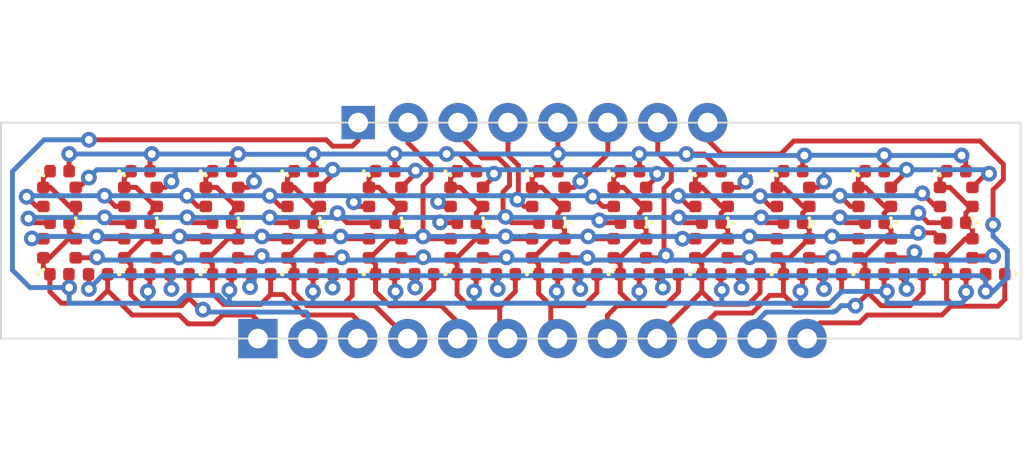
<source format=kicad_pcb>
(kicad_pcb (version 20231007) (generator pcbnew)
  (layers (0 "F.Cu" signal) (31 "B.Cu" signal) (34 "B.Paste" user) (35 "F.Paste" user) (36 "B.SilkS" user "B.Silkscreen") (37 "F.SilkS" user "F.Silkscreen") (38 "B.Mask" user) (39 "F.Mask" user) (44 "Edge.Cuts" user))
  (net 0 "")
  (net 1 "/F")
  (net 2 "/G")
  (net 3 "/D")
  (net 4 "/E")
  (net 5 "/B")
  (net 6 "/DP")
  (net 7 "/C")
  (net 8 "/A")
  (net 9 "/G3")
  (net 10 "/G2")
  (net 11 "/G6")
  (net 12 "/G1")
  (net 13 "/G5")
  (net 14 "/G4")
  (net 15 "/G7")
  (net 16 "/G10")
  (net 17 "/G9")
  (net 18 "/G12")
  (net 19 "/G11")
  (net 20 "/G8")
  (footprint "LED_SMD:LED_0402_1005Metric" (layer "F.Cu") (at 142.1775 55.7 180)
    (property "Reference" "D20" hide)
    (property "Value" "LED")
  )
  (footprint "LED_SMD:LED_0402_1005Metric" (layer "F.Cu") (at 166.25 54.385 -90)
    (property "Reference" "D65" hide)
    (property "Value" "LED")
  )
  (footprint "LED_SMD:LED_0402_1005Metric" (layer "F.Cu") (at 155.45 57 -90)
    (property "Reference" "D47" hide)
    (property "Value" "LED")
  )
  (footprint "LED_SMD:LED_0402_1005Metric" (layer "F.Cu") (at 148.31 58.325 180)
    (property "Reference" "D32" hide)
    (property "Value" "LED")
  )
  (footprint "LED_SMD:LED_0402_1005Metric" (layer "F.Cu") (at 142.1675 58.325)
    (property "Reference" "D21" hide)
    (property "Value" "LED")
  )
  (footprint "LED_SMD:LED_0402_1005Metric" (layer "F.Cu") (at 133.91 53.075)
    (property "Reference" "D1" hide)
    (property "Value" "LED")
  )
  (footprint "LED_SMD:LED_0402_1005Metric" (layer "F.Cu") (at 150.4775 53.075)
    (property "Reference" "D35" hide)
    (property "Value" "LED")
  )
  (footprint "LED_SMD:LED_0402_1005Metric" (layer "F.Cu") (at 149.65 57 90)
    (property "Reference" "D34" hide)
    (property "Value" "LED")
  )
  (footprint "LED_SMD:LED_0402_1005Metric" (layer "F.Cu") (at 164.91 58.325 180)
    (property "Reference" "D64" hide)
    (property "Value" "LED")
  )
  (footprint "LED_SMD:LED_0402_1005Metric" (layer "F.Cu") (at 173.21 58.325 180)
    (property "Reference" "D80" hide)
    (property "Value" "LED")
  )
  (footprint "LED_SMD:LED_0402_1005Metric" (layer "F.Cu") (at 155.45 54.385 90)
    (property "Reference" "D46" hide)
    (property "Value" "LED")
  )
  (footprint "LED_SMD:LED_0402_1005Metric" (layer "F.Cu") (at 149.65 54.385 -90)
    (property "Reference" "D33" hide)
    (property "Value" "LED")
  )
  (footprint "LED_SMD:LED_0402_1005Metric" (layer "F.Cu") (at 153.8 54.385 -90)
    (property "Reference" "D41" hide)
    (property "Value" "LED")
  )
  (footprint "LED_SMD:LED_0402_1005Metric" (layer "F.Cu") (at 144.16 58.325 180)
    (property "Reference" "D24" hide)
    (property "Value" "LED")
  )
  (footprint "LED_SMD:LED_0402_1005Metric" (layer "F.Cu") (at 175.3775 53.075)
    (property "Reference" "D83" hide)
    (property "Value" "LED")
  )
  (footprint "LED_SMD:LED_0402_1005Metric" (layer "F.Cu") (at 142.1775 53.075)
    (property "Reference" "D19" hide)
    (property "Value" "LED")
  )
  (footprint "LED_SMD:LED_0402_1005Metric" (layer "F.Cu") (at 159.6 57 -90)
    (property "Reference" "D55" hide)
    (property "Value" "LED")
  )
  (footprint "LED_SMD:LED_0402_1005Metric" (layer "F.Cu") (at 167.9 54.385 90)
    (property "Reference" "D70" hide)
    (property "Value" "LED")
  )
  (footprint "LED_SMD:LED_0402_1005Metric" (layer "F.Cu") (at 158.7775 55.7 180)
    (property "Reference" "D52" hide)
    (property "Value" "LED")
  )
  (footprint "LED_SMD:LED_0402_1005Metric" (layer "F.Cu") (at 172.05 57 -90)
    (property "Reference" "D79" hide)
    (property "Value" "LED")
  )
  (footprint "LED_SMD:LED_0402_1005Metric" (layer "F.Cu") (at 160.76 58.325 180)
    (property "Reference" "D56" hide)
    (property "Value" "LED")
  )
  (footprint "LED_SMD:LED_0402_1005Metric" (layer "F.Cu") (at 152.46 58.325 180)
    (property "Reference" "D40" hide)
    (property "Value" "LED")
  )
  (footprint "LED_SMD:LED_0402_1005Metric" (layer "F.Cu") (at 134.7325 54.385 90)
    (property "Reference" "D6" hide)
    (property "Value" "LED")
  )
  (footprint "LED_SMD:LED_0402_1005Metric" (layer "F.Cu") (at 147.15 57 -90)
    (property "Reference" "D31" hide)
    (property "Value" "LED")
  )
  (footprint "LED_SMD:LED_0402_1005Metric" (layer "F.Cu") (at 170.4 54.385 -90)
    (property "Reference" "D73" hide)
    (property "Value" "LED")
  )
  (footprint "LED_SMD:LED_0402_1005Metric" (layer "F.Cu") (at 171.2275 53.075)
    (property "Reference" "D75" hide)
    (property "Value" "LED")
  )
  (footprint "LED_SMD:LED_0402_1005Metric" (layer "F.Cu") (at 162.9275 53.075)
    (property "Reference" "D59" hide)
    (property "Value" "LED")
  )
  (footprint "LED_SMD:LED_0402_1005Metric" (layer "F.Cu") (at 147.15 54.385 90)
    (property "Reference" "D30" hide)
    (property "Value" "LED")
  )
  (footprint "LED_SMD:LED_0402_1005Metric" (layer "F.Cu") (at 167.9 57 -90)
    (property "Reference" "D71" hide)
    (property "Value" "LED")
  )
  (footprint "LED_SMD:LED_0402_1005Metric" (layer "F.Cu") (at 153.8 57 90)
    (property "Reference" "D42" hide)
    (property "Value" "LED")
  )
  (footprint "LED_SMD:LED_0402_1005Metric" (layer "F.Cu") (at 138.0275 55.7 180)
    (property "Reference" "D12" hide)
    (property "Value" "LED")
  )
  (footprint "Connector_PinHeader_2.54mm:PinHeader_1x08_P2.54mm_Vertical" (layer "F.Cu") (at 149.1 50.6 90)
    (property "Reference" "J1" hide)
    (property "Value" "Conn_01x08_Pin")
  )
  (footprint "LED_SMD:LED_0402_1005Metric" (layer "F.Cu") (at 150.4775 55.7 180)
    (property "Reference" "D36" hide)
    (property "Value" "LED")
  )
  (footprint "LED_SMD:LED_0402_1005Metric" (layer "F.Cu") (at 176.2 54.385 90)
    (property "Reference" "D86" hide)
    (property "Value" "LED")
  )
  (footprint "LED_SMD:LED_0402_1005Metric" (layer "F.Cu") (at 145.5 54.385 -90)
    (property "Reference" "D25" hide)
    (property "Value" "LED")
  )
  (footprint "LED_SMD:LED_0402_1005Metric" (layer "F.Cu") (at 137.2 57 90)
    (property "Reference" "D10" hide)
    (property "Value" "LED")
  )
  (footprint "LED_SMD:LED_0402_1005Metric" (layer "F.Cu") (at 138.0175 58.325)
    (property "Reference" "D13" hide)
    (property "Value" "LED")
  )
  (footprint "LED_SMD:LED_0402_1005Metric" (layer "F.Cu") (at 170.4 57 90)
    (property "Reference" "D74" hide)
    (property "Value" "LED")
  )
  (footprint "LED_SMD:LED_0402_1005Metric" (layer "F.Cu") (at 141.35 57 90)
    (property "Reference" "D18" hide)
    (property "Value" "LED")
  )
  (footprint "LED_SMD:LED_0402_1005Metric" (layer "F.Cu") (at 135.8675 58.325 180)
    (property "Reference" "D8" hide)
    (property "Value" "LED")
  )
  (footprint "LED_SMD:LED_0402_1005Metric" (layer "F.Cu") (at 167.0675 58.325)
    (property "Reference" "D69" hide)
    (property "Value" "LED")
  )
  (footprint "LED_SMD:LED_0402_1005Metric" (layer "F.Cu") (at 175.3775 55.7 180)
    (property "Reference" "D84" hide)
    (property "Value" "LED")
  )
  (footprint "LED_SMD:LED_0402_1005Metric" (layer "F.Cu") (at 167.0775 55.7 180)
    (property "Reference" "D68" hide)
    (property "Value" "LED")
  )
  (footprint "LED_SMD:LED_0402_1005Metric" (layer "F.Cu") (at 162.9275 55.7 180)
    (property "Reference" "D60" hide)
    (property "Value" "LED")
  )
  (footprint "LED_SMD:LED_0402_1005Metric" (layer "F.Cu") (at 177.36 58.325 180)
    (property "Reference" "D88" hide)
    (property "Value" "LED")
  )
  (footprint "LED_SMD:LED_0402_1005Metric" (layer "F.Cu") (at 154.6275 55.7 180)
    (property "Reference" "D44" hide)
    (property "Value" "LED")
  )
  (footprint "LED_SMD:LED_0402_1005Metric" (layer "F.Cu") (at 134.7325 57 -90)
    (property "Reference" "D7" hide)
    (property "Value" "LED")
  )
  (footprint "LED_SMD:LED_0402_1005Metric" (layer "F.Cu") (at 157.95 57 90)
    (property "Reference" "D50" hide)
    (property "Value" "LED")
  )
  (footprint "LED_SMD:LED_0402_1005Metric" (layer "F.Cu") (at 162.1 57 90)
    (property "Reference" "D58" hide)
    (property "Value" "LED")
  )
  (footprint "LED_SMD:LED_0402_1005Metric" (layer "F.Cu") (at 175.3675 58.325)
    (property "Reference" "D85" hide)
    (property "Value" "LED")
  )
  (footprint "LED_SMD:LED_0402_1005Metric" (layer "F.Cu") (at 179.5275 53.075)
    (property "Reference" "D91" hide)
    (property "Value" "LED")
  )
  (footprint "LED_SMD:LED_0402_1005Metric" (layer "F.Cu") (at 162.9175 58.325)
    (property "Reference" "D61" hide)
    (property "Value" "LED")
  )
  (footprint "LED_SMD:LED_0402_1005Metric" (layer "F.Cu") (at 133.91 55.7 180)
    (property "Reference" "D5" hide)
    (property "Value" "LED")
  )
  (footprint "LED_SMD:LED_0402_1005Metric" (layer "F.Cu") (at 133.0825 57 90)
    (property "Reference" "D3" hide)
    (property "Value" "LED")
  )
  (footprint "LED_SMD:LED_0402_1005Metric" (layer "F.Cu") (at 171.2175 58.325)
    (property "Reference" "D77" hide)
    (property "Value" "LED")
  )
  (footprint "LED_SMD:LED_0402_1005Metric" (layer "F.Cu") (at 174.55 54.385 -90)
    (property "Reference" "D81" hide)
    (property "Value" "LED")
  )
  (footprint "LED_SMD:LED_0402_1005Metric" (layer "F.Cu") (at 159.6 54.385 90)
    (property "Reference" "D54" hide)
    (property "Value" "LED")
  )
  (footprint "LED_SMD:LED_0402_1005Metric" (layer "F.Cu") (at 157.95 54.385 -90)
    (property "Reference" "D49" hide)
    (property "Value" "LED")
  )
  (footprint "LED_SMD:LED_0402_1005Metric" (layer "F.Cu") (at 179.5175 58.325)
    (property "Reference" "D93" hide)
    (property "Value" "LED")
  )
  (footprint "LED_SMD:LED_0402_1005Metric" (layer "F.Cu") (at 176.2 57 -90)
    (property "Reference" "D87" hide)
    (property "Value" "LED")
  )
  (footprint "LED_SMD:LED_0402_1005Metric" (layer "F.Cu") (at 138.85 54.385 90)
    (property "Reference" "D14" hide)
    (property "Value" "LED")
  )
  (footprint "LED_SMD:LED_0402_1005Metric" (layer "F.Cu") (at 154.6275 53.075)
    (property "Reference" "D43" hide)
    (property "Value" "LED")
  )
  (footprint "LED_SMD:LED_0402_1005Metric" (layer "F.Cu") (at 167.0775 53.075)
    (property "Reference" "D67" hide)
    (property "Value" "LED")
  )
  (footprint "LED_SMD:LED_0402_1005Metric" (layer "F.Cu") (at 158.7775 53.075)
    (property "Reference" "D51" hide)
    (property "Value" "LED")
  )
  (footprint "LED_SMD:LED_0402_1005Metric" (layer "F.Cu") (at 174.55 57 90)
    (property "Reference" "D82" hide)
    (property "Value" "LED")
  )
  (footprint "LED_SMD:LED_0402_1005Metric" (layer "F.Cu") (at 163.75 57 -90)
    (property "Reference" "D63" hide)
    (property "Value" "LED")
  )
  (footprint "LED_SMD:LED_0402_1005Metric" (layer "F.Cu") (at 178.7 54.385 -90)
    (property "Reference" "D89" hide)
    (property "Value" "LED")
  )
  (footprint "LED_SMD:LED_0402_1005Metric" (layer "F.Cu") (at 146.3275 53.075)
    (property "Reference" "D27" hide)
    (property "Value" "LED")
  )
  (footprint "LED_SMD:LED_0402_1005Metric" (layer "F.Cu") (at 133.9 58.325)
    (property "Reference" "D4" hide)
    (property "Value" "LED")
  )
  (footprint "LED_SMD:LED_0402_1005Metric" (layer "F.Cu") (at 163.75 54.385 90)
    (property "Reference" "D62" hide)
    (property "Value" "LED")
  )
  (footprint "LED_SMD:LED_0402_1005Metric" (layer "F.Cu") (at 181.51 58.325 180)
    (property "Reference" "D96" hide)
    (property "Value" "LED")
  )
  (footprint "Connector_PinHeader_2.54mm:PinHeader_1x12_P2.54mm_Vertical" (layer "F.Cu") (at 144 61.6 90)
    (property "Reference" "J2" hide)
    (property "Value" "Conn_01x12_Pin")
  )
  (footprint "LED_SMD:LED_0402_1005Metric" (layer "F.Cu") (at 156.61 58.325 180)
    (property "Reference" "D48" hide)
    (property "Value" "LED")
  )
  (footprint "LED_SMD:LED_0402_1005Metric" (layer "F.Cu") (at 146.3175 58.325)
    (property "Reference" "D29" hide)
    (property "Value" "LED")
  )
  (footprint "LED_SMD:LED_0402_1005Metric" (layer "F.Cu") (at 137.2 54.385 -90)
    (property "Reference" "D9" hide)
    (property "Value" "LED")
  )
  (footprint "LED_SMD:LED_0402_1005Metric" (layer "F.Cu") (at 141.35 54.385 -90)
    (property "Reference" "D17" hide)
    (property "Value" "LED")
  )
  (footprint "LED_SMD:LED_0402_1005Metric" (layer "F.Cu") (at 145.5 57 90)
    (property "Reference" "D26" hide)
    (property "Value" "LED")
  )
  (footprint "LED_SMD:LED_0402_1005Metric" (layer "F.Cu") (at 172.05 54.385 90)
    (property "Reference" "D78" hide)
    (property "Value" "LED")
  )
  (footprint "LED_SMD:LED_0402_1005Metric" (layer "F.Cu") (at 162.1 54.385 -90)
    (property "Reference" "D57" hide)
    (property "Value" "LED")
  )
  (footprint "LED_SMD:LED_0402_1005Metric" (layer "F.Cu") (at 166.25 57 90)
    (property "Reference" "D66" hide)
    (property "Value" "LED")
  )
  (footprint "LED_SMD:LED_0402_1005Metric" (layer "F.Cu") (at 180.35 54.385 90)
    (property "Reference" "D94" hide)
    (property "Value" "LED")
  )
  (footprint "LED_SMD:LED_0402_1005Metric" (layer "F.Cu") (at 138.85 57 -90)
    (property "Reference" "D15" hide)
    (property "Value" "LED")
  )
  (footprint "LED_SMD:LED_0402_1005Metric" (layer "F.Cu") (at 169.06 58.325 180)
    (property "Reference" "D72" hide)
    (property "Value" "LED")
  )
  (footprint "LED_SMD:LED_0402_1005Metric" (layer "F.Cu") (at 171.2275 55.7 180)
    (property "Reference" "D76" hide)
    (property "Value" "LED")
  )
  (footprint "LED_SMD:LED_0402_1005Metric" (layer "F.Cu") (at 179.5275 55.7 180)
    (property "Reference" "D92" hide)
    (property "Value" "LED")
  )
  (footprint "LED_SMD:LED_0402_1005Metric" (layer "F.Cu") (at 151.3 57 -90)
    (property "Reference" "D39" hide)
    (property "Value" "LED")
  )
  (footprint "LED_SMD:LED_0402_1005Metric" (layer "F.Cu") (at 158.7675 58.325)
    (property "Reference" "D53" hide)
    (property "Value" "LED")
  )
  (footprint "LED_SMD:LED_0402_1005Metric" (layer "F.Cu") (at 146.3275 55.7 180)
    (property "Reference" "D28" hide)
    (property "Value" "LED")
  )
  (footprint "LED_SMD:LED_0402_1005Metric" (layer "F.Cu") (at 151.3 54.385 90)
    (property "Reference" "D38" hide)
    (property "Value" "LED")
  )
  (footprint "LED_SMD:LED_0402_1005Metric" (layer "F.Cu") (at 133.0825 54.385 -90)
    (property "Reference" "D2" hide)
    (property "Value" "LED")
  )
  (footprint "LED_SMD:LED_0402_1005Metric" (layer "F.Cu") (at 150.4675 58.325)
    (property "Reference" "D37" hide)
    (property "Value" "LED")
  )
  (footprint "LED_SMD:LED_0402_1005Metric" (layer "F.Cu") (at 180.35 57 -90)
    (property "Reference" "D95" hide)
    (property "Value" "LED")
  )
  (footprint "LED_SMD:LED_0402_1005Metric" (layer "F.Cu") (at 154.6175 58.325)
    (property "Reference" "D45" hide)
    (property "Value" "LED")
  )
  (footprint "LED_SMD:LED_0402_1005Metric" (layer "F.Cu") (at 138.0275 53.075)
    (property "Reference" "D11" hide)
    (property "Value" "LED")
  )
  (footprint "LED_SMD:LED_0402_1005Metric" (layer "F.Cu") (at 178.7 57 90)
    (property "Reference" "D90" hide)
    (property "Value" "LED")
  )
  (footprint "LED_SMD:LED_0402_1005Metric" (layer "F.Cu") (at 143 54.385 90)
    (property "Reference" "D22" hide)
    (property "Value" "LED")
  )
  (footprint "LED_SMD:LED_0402_1005Metric" (layer "F.Cu") (at 140.01 58.325 180)
    (property "Reference" "D16" hide)
    (property "Value" "LED")
  )
  (footprint "LED_SMD:LED_0402_1005Metric" (layer "F.Cu") (at 143 57 -90)
    (property "Reference" "D23" hide)
    (property "Value" "LED")
  )
  (gr_rect (start 130.928196 50.6) (end 182.8 61.6) (stroke (width 0.1)) (fill none) (layer "Edge.Cuts"))
  (segment (start 153.399169 54.87) (end 153.8 54.87) (width 0.25) (layer "F.Cu") (net 1))
  (segment (start 157.25 54.466875) (end 157.25 52.781299) (width 0.25) (layer "F.Cu") (net 1))
  (segment (start 157.25 52.781299) (end 156.72 52.251299) (width 0.25) (layer "F.Cu") (net 1))
  (segment (start 148.874197 54.656365) (end 149.087832 54.87) (width 0.25) (layer "F.Cu") (net 1))
  (segment (start 145.5 54.87) (end 145.145 54.87) (width 0.25) (layer "F.Cu") (net 1))
  (segment (start 137.2 54.87) (end 136.745 54.87) (width 0.25) (layer "F.Cu") (net 1))
  (segment (start 140.945 54.87) (end 140.4 54.325) (width 0.25) (layer "F.Cu") (net 1))
  (segment (start 170.4 54.87) (end 170.064104 54.87) (width 0.25) (layer "F.Cu") (net 1))
  (segment (start 132.236144 54.375732) (end 132.730412 54.87) (width 0.25) (layer "F.Cu") (net 1))
  (segment (start 174.55 54.87) (end 174.145 54.87) (width 0.25) (layer "F.Cu") (net 1))
  (segment (start 166.25 54.87) (end 165.922019 54.87) (width 0.25) (layer "F.Cu") (net 1))
  (segment (start 157.546417 54.87) (end 157.95 54.87) (width 0.25) (layer "F.Cu") (net 1))
  (segment (start 141.35 54.87) (end 140.945 54.87) (width 0.25) (layer "F.Cu") (net 1))
  (segment (start 162.1 54.87) (end 161.53724 54.87) (width 0.25) (layer "F.Cu") (net 1))
  (segment (start 157.196646 54.520229) (end 157.25 54.466875) (width 0.25) (layer "F.Cu") (net 1))
  (segment (start 178.463975 54.87) (end 177.796752 54.202777) (width 0.25) (layer "F.Cu") (net 1))
  (segment (start 165.922019 54.87) (end 165.383437 54.331418) (width 0.25) (layer "F.Cu") (net 1))
  (segment (start 178.7 54.87) (end 178.463975 54.87) (width 0.25) (layer "F.Cu") (net 1))
  (segment (start 153.165945 54.636776) (end 153.399169 54.87) (width 0.25) (layer "F.Cu") (net 1))
  (segment (start 161.53724 54.87) (end 161.037251 54.370011) (width 0.25) (layer "F.Cu") (net 1))
  (segment (start 156.72 52.251299) (end 156.72 50.725) (width 0.25) (layer "F.Cu") (net 1))
  (segment (start 170.064104 54.87) (end 169.539224 54.34512) (width 0.25) (layer "F.Cu") (net 1))
  (segment (start 136.745 54.87) (end 136.2 54.325) (width 0.25) (layer "F.Cu") (net 1))
  (segment (start 174.145 54.87) (end 173.6 54.325) (width 0.25) (layer "F.Cu") (net 1))
  (segment (start 149.087832 54.87) (end 149.65 54.87) (width 0.25) (layer "F.Cu") (net 1))
  (segment (start 157.196646 54.520229) (end 157.546417 54.87) (width 0.25) (layer "F.Cu") (net 1))
  (segment (start 132.730412 54.87) (end 133.0825 54.87) (width 0.25) (layer "F.Cu") (net 1))
  (segment (start 145.145 54.87) (end 144.6 54.325) (width 0.25) (layer "F.Cu") (net 1))
  (via (at 153.165945 54.636776) (size 0.8) (drill 0.4) (layers "F.Cu" "B.Cu") (net 1))
  (via (at 169.539224 54.34512) (size 0.8) (drill 0.4) (layers "F.Cu" "B.Cu") (net 1))
  (via (at 144.6 54.325) (size 0.8) (drill 0.4) (layers "F.Cu" "B.Cu") (net 1))
  (via (at 173.6 54.325) (size 0.8) (drill 0.4) (layers "F.Cu" "B.Cu") (net 1))
  (via (at 132.236144 54.375732) (size 0.8) (drill 0.4) (layers "F.Cu" "B.Cu") (net 1))
  (via (at 140.4 54.325) (size 0.8) (drill 0.4) (layers "F.Cu" "B.Cu") (net 1))
  (via (at 148.874197 54.656365) (size 0.8) (drill 0.4) (layers "F.Cu" "B.Cu") (net 1))
  (via (at 157.196646 54.520229) (size 0.8) (drill 0.4) (layers "F.Cu" "B.Cu") (net 1))
  (via (at 161.037251 54.370011) (size 0.8) (drill 0.4) (layers "F.Cu" "B.Cu") (net 1))
  (via (at 177.796752 54.202777) (size 0.8) (drill 0.4) (layers "F.Cu" "B.Cu") (net 1))
  (via (at 136.2 54.325) (size 0.8) (drill 0.4) (layers "F.Cu" "B.Cu") (net 1))
  (via (at 165.383437 54.331418) (size 0.8) (drill 0.4) (layers "F.Cu" "B.Cu") (net 1))
  (segment (start 177.674529 54.325) (end 173.6 54.325) (width 0.25) (layer "B.Cu") (net 1))
  (segment (start 140.4 54.325) (end 136.2 54.325) (width 0.25) (layer "B.Cu") (net 1))
  (segment (start 157.391875 54.325) (end 157.196646 54.520229) (width 0.25) (layer "B.Cu") (net 1))
  (segment (start 157.196646 54.520229) (end 157.001417 54.325) (width 0.25) (layer "B.Cu") (net 1))
  (segment (start 173.6 54.325) (end 157.391875 54.325) (width 0.25) (layer "B.Cu") (net 1))
  (segment (start 144.6 54.325) (end 140.4 54.325) (width 0.25) (layer "B.Cu") (net 1))
  (segment (start 132.236144 54.375732) (end 132.286876 54.325) (width 0.25) (layer "B.Cu") (net 1))
  (segment (start 132.286876 54.325) (end 136.2 54.325) (width 0.25) (layer "B.Cu") (net 1))
  (segment (start 177.796752 54.202777) (end 177.674529 54.325) (width 0.25) (layer "B.Cu") (net 1))
  (segment (start 157.001417 54.325) (end 144.6 54.325) (width 0.25) (layer "B.Cu") (net 1))
  (segment (start 136.469268 55.7) (end 136.2 55.430732) (width 0.25) (layer "F.Cu") (net 2))
  (segment (start 148.044642 55.213899) (end 148.530743 55.7) (width 0.25) (layer "F.Cu") (net 2))
  (segment (start 140.669268 55.7) (end 140.4 55.430732) (width 0.25) (layer "F.Cu") (net 2))
  (segment (start 144.869268 55.7) (end 144.6 55.430732) (width 0.25) (layer "F.Cu") (net 2))
  (segment (start 132.326032 55.485456) (end 132.540576 55.7) (width 0.25) (layer "F.Cu") (net 2))
  (segment (start 174.8925 55.7) (end 173.869268 55.7) (width 0.25) (layer "F.Cu") (net 2))
  (segment (start 161.365001 55.573729) (end 161.491272 55.7) (width 0.25) (layer "F.Cu") (net 2))
  (segment (start 137.5425 55.7) (end 136.469268 55.7) (width 0.25) (layer "F.Cu") (net 2))
  (segment (start 173.869268 55.7) (end 173.6 55.430732) (width 0.25) (layer "F.Cu") (net 2))
  (segment (start 156.899503 55.7) (end 158.2925 55.7) (width 0.25) (layer "F.Cu") (net 2))
  (segment (start 169.869268 55.7) (end 169.6 55.430732) (width 0.25) (layer "F.Cu") (net 2))
  (segment (start 156.232305 52.4) (end 155.4 52.4) (width 0.25) (layer "F.Cu") (net 2))
  (segment (start 161.491272 55.7) (end 162.4425 55.7) (width 0.25) (layer "F.Cu") (net 2))
  (segment (start 156.6 55.400497) (end 156.471646 55.272143) (width 0.25) (layer "F.Cu") (net 2))
  (segment (start 177.6 55.2) (end 178.1 55.7) (width 0.25) (layer "F.Cu") (net 2))
  (segment (start 156.471646 55.272143) (end 156.471646 54.128354) (width 0.25) (layer "F.Cu") (net 2))
  (segment (start 178.1 55.7) (end 179.0425 55.7) (width 0.25) (layer "F.Cu") (net 2))
  (segment (start 166.5925 55.7) (end 165.669268 55.7) (width 0.25) (layer "F.Cu") (net 2))
  (segment (start 145.8425 55.7) (end 144.869268 55.7) (width 0.25) (layer "F.Cu") (net 2))
  (segment (start 154.18 51.18) (end 154.18 50.725) (width 0.25) (layer "F.Cu") (net 2))
  (segment (start 156.8 53.8) (end 156.8 52.967695) (width 0.25) (layer "F.Cu") (net 2))
  (segment (start 156.6 55.400497) (end 156.899503 55.7) (width 0.25) (layer "F.Cu") (net 2))
  (segment (start 156.471646 54.128354) (end 156.8 53.8) (width 0.25) (layer "F.Cu") (net 2))
  (segment (start 165.669268 55.7) (end 165.4 55.430732) (width 0.25) (layer "F.Cu") (net 2))
  (segment (start 155.4 52.4) (end 154.18 51.18) (width 0.25) (layer "F.Cu") (net 2))
  (segment (start 141.6925 55.7) (end 140.669268 55.7) (width 0.25) (layer "F.Cu") (net 2))
  (segment (start 170.7425 55.7) (end 169.869268 55.7) (width 0.25) (layer "F.Cu") (net 2))
  (segment (start 153.293768 55.7) (end 154.1425 55.7) (width 0.25) (layer "F.Cu") (net 2))
  (segment (start 153.269268 55.6755) (end 153.293768 55.7) (width 0.25) (layer "F.Cu") (net 2))
  (segment (start 156.8 52.967695) (end 156.232305 52.4) (width 0.25) (layer "F.Cu") (net 2))
  (segment (start 148.530743 55.7) (end 149.9925 55.7) (width 0.25) (layer "F.Cu") (net 2))
  (segment (start 132.540576 55.7) (end 133.425 55.7) (width 0.25) (layer "F.Cu") (net 2))
  (via (at 153.269268 55.6755) (size 0.8) (drill 0.4) (layers "F.Cu" "B.Cu") (net 2))
  (via (at 140.4 55.430732) (size 0.8) (drill 0.4) (layers "F.Cu" "B.Cu") (net 2))
  (via (at 161.365001 55.573729) (size 0.8) (drill 0.4) (layers "F.Cu" "B.Cu") (net 2))
  (via (at 165.4 55.430732) (size 0.8) (drill 0.4) (layers "F.Cu" "B.Cu") (net 2))
  (via (at 156.6 55.400497) (size 0.8) (drill 0.4) (layers "F.Cu" "B.Cu") (net 2))
  (via (at 177.6 55.2) (size 0.8) (drill 0.4) (layers "F.Cu" "B.Cu") (net 2))
  (via (at 144.6 55.430732) (size 0.8) (drill 0.4) (layers "F.Cu" "B.Cu") (net 2))
  (via (at 132.326032 55.485456) (size 0.8) (drill 0.4) (layers "F.Cu" "B.Cu") (net 2))
  (via (at 173.6 55.430732) (size 0.8) (drill 0.4) (layers "F.Cu" "B.Cu") (net 2))
  (via (at 169.6 55.430732) (size 0.8) (drill 0.4) (layers "F.Cu" "B.Cu") (net 2))
  (via (at 148.044642 55.213899) (size 0.8) (drill 0.4) (layers "F.Cu" "B.Cu") (net 2))
  (via (at 136.2 55.430732) (size 0.8) (drill 0.4) (layers "F.Cu" "B.Cu") (net 2))
  (segment (start 177.369268 55.430732) (end 177.6 55.2) (width 0.25) (layer "B.Cu") (net 2))
  (segment (start 173.6 55.430732) (end 177.369268 55.430732) (width 0.25) (layer "B.Cu") (net 2))
  (segment (start 148.261475 55.430732) (end 148.044642 55.213899) (width 0.25) (layer "B.Cu") (net 2))
  (segment (start 153.514036 55.430732) (end 153.269268 55.6755) (width 0.25) (layer "B.Cu") (net 2))
  (segment (start 156.569765 55.430732) (end 153.514036 55.430732) (width 0.25) (layer "B.Cu") (net 2))
  (segment (start 144.6 55.430732) (end 147.827809 55.430732) (width 0.25) (layer "B.Cu") (net 2))
  (segment (start 161.365001 55.573729) (end 161.507998 55.430732) (width 0.25) (layer "B.Cu") (net 2))
  (segment (start 156.630235 55.430732) (end 161.222004 55.430732) (width 0.25) (layer "B.Cu") (net 2))
  (segment (start 132.326032 55.485456) (end 132.380756 55.430732) (width 0.25) (layer "B.Cu") (net 2))
  (segment (start 153.0245 55.430732) (end 148.261475 55.430732) (width 0.25) (layer "B.Cu") (net 2))
  (segment (start 161.507998 55.430732) (end 165.4 55.430732) (width 0.25) (layer "B.Cu") (net 2))
  (segment (start 165.4 55.430732) (end 169.6 55.430732) (width 0.25) (layer "B.Cu") (net 2))
  (segment (start 132.380756 55.430732) (end 136.2 55.430732) (width 0.25) (layer "B.Cu") (net 2))
  (segment (start 169.6 55.430732) (end 173.6 55.430732) (width 0.25) (layer "B.Cu") (net 2))
  (segment (start 153.269268 55.6755) (end 153.0245 55.430732) (width 0.25) (layer "B.Cu") (net 2))
  (segment (start 140.4 55.430732) (end 144.6 55.430732) (width 0.25) (layer "B.Cu") (net 2))
  (segment (start 147.827809 55.430732) (end 148.044642 55.213899) (width 0.25) (layer "B.Cu") (net 2))
  (segment (start 156.6 55.400497) (end 156.630235 55.430732) (width 0.25) (layer "B.Cu") (net 2))
  (segment (start 136.2 55.430732) (end 140.4 55.430732) (width 0.25) (layer "B.Cu") (net 2))
  (segment (start 156.6 55.400497) (end 156.569765 55.430732) (width 0.25) (layer "B.Cu") (net 2))
  (segment (start 161.222004 55.430732) (end 161.365001 55.573729) (width 0.25) (layer "B.Cu") (net 2))
  (segment (start 142.6525 58.325) (end 142.6525 59.029168) (width 0.25) (layer "F.Cu") (net 3))
  (segment (start 175.8525 58.325) (end 175.8525 59.0525) (width 0.25) (layer "F.Cu") (net 3))
  (segment (start 171.7025 59.0975) (end 171.6 59.2) (width 0.25) (layer "F.Cu") (net 3))
  (segment (start 134.385 58.325) (end 134.385 58.985) (width 0.25) (layer "F.Cu") (net 3))
  (segment (start 159.2525 59.1475) (end 159.2 59.2) (width 0.25) (layer "F.Cu") (net 3))
  (segment (start 163.4025 58.325) (end 163.4025 59.1975) (width 0.25) (layer "F.Cu") (net 3))
  (segment (start 147.8 51.8) (end 148.8 51.8) (width 0.25) (layer "F.Cu") (net 3))
  (segment (start 150.9525 59.1525) (end 151 59.2) (width 0.25) (layer "F.Cu") (net 3))
  (segment (start 148.8 51.8) (end 149.1 51.5) (width 0.25) (layer "F.Cu") (net 3))
  (segment (start 175.8525 59.0525) (end 176 59.2) (width 0.25) (layer "F.Cu") (net 3))
  (segment (start 155.1025 58.325) (end 155.1025 59.0975) (width 0.25) (layer "F.Cu") (net 3))
  (segment (start 146.8025 59.1975) (end 146.8 59.2) (width 0.25) (layer "F.Cu") (net 3))
  (segment (start 138.5025 59.0975) (end 138.4 59.2) (width 0.25) (layer "F.Cu") (net 3))
  (segment (start 163.4025 59.1975) (end 163.4 59.2) (width 0.25) (layer "F.Cu") (net 3))
  (segment (start 159.2525 58.325) (end 159.2525 59.1475) (width 0.25) (layer "F.Cu") (net 3))
  (segment (start 180.025808 58.348308) (end 180.0025 58.325) (width 0.25) (layer "F.Cu") (net 3))
  (segment (start 134.385 58.985) (end 134.4 59) (width 0.25) (layer "F.Cu") (net 3))
  (segment (start 142.6525 59.029168) (end 142.547408 59.13426) (width 0.25) (layer "F.Cu") (net 3))
  (segment (start 135.4 51.4755) (end 147.4755 51.4755) (width 0.25) (layer "F.Cu") (net 3))
  (segment (start 147.4755 51.4755) (end 147.8 51.8) (width 0.25) (layer "F.Cu") (net 3))
  (segment (start 150.9525 58.325) (end 150.9525 59.1525) (width 0.25) (layer "F.Cu") (net 3))
  (segment (start 180.025808 59.2255) (end 180.025808 58.348308) (width 0.25) (layer "F.Cu") (net 3))
  (segment (start 149.1 51.5) (end 149.1 50.725) (width 0.25) (layer "F.Cu") (net 3))
  (segment (start 146.8025 58.325) (end 146.8025 59.1975) (width 0.25) (layer "F.Cu") (net 3))
  (segment (start 167.5525 59.077) (end 167.5525 58.325) (width 0.25) (layer "F.Cu") (net 3))
  (segment (start 155.1025 59.0975) (end 155 59.2) (width 0.25) (layer "F.Cu") (net 3))
  (segment (start 171.7025 58.325) (end 171.7025 59.0975) (width 0.25) (layer "F.Cu") (net 3))
  (segment (start 167.6 59.1245) (end 167.5525 59.077) (width 0.25) (layer "F.Cu") (net 3))
  (segment (start 138.5025 58.325) (end 138.5025 59.0975) (width 0.25) (layer "F.Cu") (net 3))
  (via (at 146.8 59.2) (size 0.8) (drill 0.4) (layers "F.Cu" "B.Cu") (net 3))
  (via (at 151 59.2) (size 0.8) (drill 0.4) (layers "F.Cu" "B.Cu") (net 3))
  (via (at 134.4 59) (size 0.8) (drill 0.4) (layers "F.Cu" "B.Cu") (net 3))
  (via (at 180.025808 59.2255) (size 0.8) (drill 0.4) (layers "F.Cu" "B.Cu") (net 3))
  (via (at 171.6 59.2) (size 0.8) (drill 0.4) (layers "F.Cu" "B.Cu") (net 3))
  (via (at 138.4 59.2) (size 0.8) (drill 0.4) (layers "F.Cu" "B.Cu") (net 3))
  (via (at 155 59.2) (size 0.8) (drill 0.4) (layers "F.Cu" "B.Cu") (net 3))
  (via (at 135.4 51.4755) (size 0.8) (drill 0.4) (layers "F.Cu" "B.Cu") (net 3))
  (via (at 142.547408 59.13426) (size 0.8) (drill 0.4) (layers "F.Cu" "B.Cu") (net 3))
  (via (at 167.6 59.1245) (size 0.8) (drill 0.4) (layers "F.Cu" "B.Cu") (net 3))
  (via (at 163.4 59.2) (size 0.8) (drill 0.4) (layers "F.Cu" "B.Cu") (net 3))
  (via (at 159.2 59.2) (size 0.8) (drill 0.4) (layers "F.Cu" "B.Cu") (net 3))
  (via (at 176 59.2) (size 0.8) (drill 0.4) (layers "F.Cu" "B.Cu") (net 3))
  (segment (start 180.025808 59.574192) (end 180.025808 59.2255) (width 0.25) (layer "B.Cu") (net 3))
  (segment (start 151 59.8) (end 155 59.8) (width 0.25) (layer "B.Cu") (net 3))
  (segment (start 176 59.2) (end 176 59.8) (width 0.25) (layer "B.Cu") (net 3))
  (segment (start 139.900305 59.8005) (end 140.300805 59.4) (width 0.25) (layer "B.Cu") (net 3))
  (segment (start 134.4 59) (end 132.4 59) (width 0.25) (layer "B.Cu") (net 3))
  (segment (start 151 59.2) (end 151 59.8) (width 0.25) (layer "B.Cu") (net 3))
  (segment (start 142 59.4) (end 142.4 59.8) (width 0.25) (layer "B.Cu") (net 3))
  (segment (start 131.6 58.2) (end 131.511144 58.111144) (width 0.25) (layer "B.Cu") (net 3))
  (segment (start 167.6 59.1245) (end 167.6 59.8) (width 0.25) (layer "B.Cu") (net 3))
  (segment (start 133.125 51.475) (end 135.3995 51.475) (width 0.25) (layer "B.Cu") (net 3))
  (segment (start 159.2 59.8) (end 163.4 59.8) (width 0.25) (layer "B.Cu") (net 3))
  (segment (start 155 59.8) (end 159.2 59.8) (width 0.25) (layer "B.Cu") (net 3))
  (segment (start 142.4 59.8) (end 146.8 59.8) (width 0.25) (layer "B.Cu") (net 3))
  (segment (start 159.2 59.2) (end 159.2 59.8) (width 0.25) (layer "B.Cu") (net 3))
  (segment (start 133 51.6) (end 133.125 51.475) (width 0.25) (layer "B.Cu") (net 3))
  (segment (start 172.099695 59.8005) (end 173.100305 59.8005) (width 0.25) (layer "B.Cu") (net 3))
  (segment (start 134.4 59.8) (end 138.4 59.8) (width 0.25) (layer "B.Cu") (net 3))
  (segment (start 140.300805 59.4) (end 142 59.4) (width 0.25) (layer "B.Cu") (net 3))
  (segment (start 139 59.8) (end 139.0005 59.8005) (width 0.25) (layer "B.Cu") (net 3))
  (segment (start 173.700805 59.2) (end 176 59.2) (width 0.25) (layer "B.Cu") (net 3))
  (segment (start 138.4 59.8) (end 139 59.8) (width 0.25) (layer "B.Cu") (net 3))
  (segment (start 171.6 59.2) (end 171.6 59.8) (width 0.25) (layer "B.Cu") (net 3))
  (segment (start 171.6 59.8) (end 172.099195 59.8) (width 0.25) (layer "B.Cu") (net 3))
  (segment (start 146.8 59.2) (end 146.8 59.8) (width 0.25) (layer "B.Cu") (net 3))
  (segment (start 131.511144 53.088856) (end 133 51.6) (width 0.25) (layer "B.Cu") (net 3))
  (segment (start 163.4 59.2) (end 163.4 59.8) (width 0.25) (layer "B.Cu") (net 3))
  (segment (start 176 59.8) (end 179.8 59.8) (width 0.25) (layer "B.Cu") (net 3))
  (segment (start 167.6 59.8) (end 171.6 59.8) (width 0.25) (layer "B.Cu") (net 3))
  (segment (start 146.8 59.8) (end 151 59.8) (width 0.25) (layer "B.Cu") (net 3))
  (segment (start 131.511144 58.111144) (end 131.511144 53.088856) (width 0.25) (layer "B.Cu") (net 3))
  (segment (start 163.4 59.8) (end 167.6 59.8) (width 0.25) (layer "B.Cu") (net 3))
  (segment (start 139.0005 59.8005) (end 139.900305 59.8005) (width 0.25) (layer "B.Cu") (net 3))
  (segment (start 142.547408 59.652592) (end 142.4 59.8) (width 0.25) (layer "B.Cu") (net 3))
  (segment (start 132.4 59) (end 131.6 58.2) (width 0.25) (layer "B.Cu") (net 3))
  (segment (start 173.100305 59.8005) (end 173.700805 59.2) (width 0.25) (layer "B.Cu") (net 3))
  (segment (start 135.3995 51.475) (end 135.4 51.4755) (width 0.25) (layer "B.Cu") (net 3))
  (segment (start 142.547408 59.13426) (end 142.547408 59.652592) (width 0.25) (layer "B.Cu") (net 3))
  (segment (start 179.8 59.8) (end 180.025808 59.574192) (width 0.25) (layer "B.Cu") (net 3))
  (segment (start 138.4 59.2) (end 138.4 59.8) (width 0.25) (layer "B.Cu") (net 3))
  (segment (start 172.099195 59.8) (end 172.099695 59.8005) (width 0.25) (layer "B.Cu") (net 3))
  (segment (start 155 59.2) (end 155 59.8) (width 0.25) (layer "B.Cu") (net 3))
  (segment (start 134.4 59) (end 134.4 59.8) (width 0.25) (layer "B.Cu") (net 3))
  (segment (start 152.4 53.8) (end 152.8 53.4) (width 0.25) (layer "F.Cu") (net 4))
  (segment (start 144.315 56.515) (end 144.2 56.4) (width 0.25) (layer "F.Cu") (net 4))
  (segment (start 132.515 56.515) (end 133.0825 56.515) (width 0.25) (layer "F.Cu") (net 4))
  (segment (start 145.5 56.515) (end 144.315 56.515) (width 0.25) (layer "F.Cu") (net 4))
  (segment (start 132.5 56.5) (end 132.515 56.515) (width 0.25) (layer "F.Cu") (net 4))
  (segment (start 156.715 56.515) (end 156.6 56.4) (width 0.25) (layer "F.Cu") (net 4))
  (segment (start 152.8 53.4) (end 152.8 52.8) (width 0.25) (layer "F.Cu") (net 4))
  (segment (start 152.515 56.515) (end 152.4 56.4) (width 0.25) (layer "F.Cu") (net 4))
  (segment (start 170.4 56.515) (end 169.115 56.515) (width 0.25) (layer "F.Cu") (net 4))
  (segment (start 157.95 56.515) (end 156.715 56.515) (width 0.25) (layer "F.Cu") (net 4))
  (segment (start 165.6 56.515) (end 166.25 56.515) (width 0.25) (layer "F.Cu") (net 4))
  (segment (start 153.8 56.515) (end 152.515 56.515) (width 0.25) (layer "F.Cu") (net 4))
  (segment (start 152.8 52.8) (end 151.64 51.64) (width 0.25) (layer "F.Cu") (net 4))
  (segment (start 178.397299 56.212299) (end 178.7 56.515) (width 0.25) (layer "F.Cu") (net 4))
  (segment (start 148.315 56.515) (end 148.2 56.4) (width 0.25) (layer "F.Cu") (net 4))
  (segment (start 173.315 56.515) (end 173.2 56.4) (width 0.25) (layer "F.Cu") (net 4))
  (segment (start 162.1 56.515) (end 160.915 56.515) (width 0.25) (layer "F.Cu") (net 4))
  (segment (start 169.115 56.515) (end 169 56.4) (width 0.25) (layer "F.Cu") (net 4))
  (segment (start 152.4 56.4) (end 152.4 53.8) (width 0.25) (layer "F.Cu") (net 4))
  (segment (start 174.55 56.515) (end 173.315 56.515) (width 0.25) (layer "F.Cu") (net 4))
  (segment (start 160.915 56.515) (end 160.8 56.4) (width 0.25) (layer "F.Cu") (net 4))
  (segment (start 177.587701 56.212299) (end 178.397299 56.212299) (width 0.25) (layer "F.Cu") (net 4))
  (segment (start 149.65 56.515) (end 148.315 56.515) (width 0.25) (layer "F.Cu") (net 4))
  (segment (start 135.915 56.515) (end 135.8 56.4) (width 0.25) (layer "F.Cu") (net 4))
  (segment (start 137.2 56.515) (end 135.915 56.515) (width 0.25) (layer "F.Cu") (net 4))
  (segment (start 140.115 56.515) (end 140 56.4) (width 0.25) (layer "F.Cu") (net 4))
  (segment (start 151.64 51.64) (end 151.64 50.725) (width 0.25) (layer "F.Cu") (net 4))
  (segment (start 141.35 56.515) (end 140.115 56.515) (width 0.25) (layer "F.Cu") (net 4))
  (via (at 156.6 56.4) (size 0.8) (drill 0.4) (layers "F.Cu" "B.Cu") (net 4))
  (via (at 135.8 56.4) (size 0.8) (drill 0.4) (layers "F.Cu" "B.Cu") (net 4))
  (via (at 173.2 56.4) (size 0.8) (drill 0.4) (layers "F.Cu" "B.Cu") (net 4))
  (via (at 165.6 56.515) (size 0.8) (drill 0.4) (layers "F.Cu" "B.Cu") (net 4))
  (via (at 148.2 56.4) (size 0.8) (drill 0.4) (layers "F.Cu" "B.Cu") (net 4))
  (via (at 160.8 56.4) (size 0.8) (drill 0.4) (layers "F.Cu" "B.Cu") (net 4))
  (via (at 177.587701 56.212299) (size 0.8) (drill 0.4) (layers "F.Cu" "B.Cu") (net 4))
  (via (at 144.2 56.4) (size 0.8) (drill 0.4) (layers "F.Cu" "B.Cu") (net 4))
  (via (at 132.5 56.5) (size 0.8) (drill 0.4) (layers "F.Cu" "B.Cu") (net 4))
  (via (at 140 56.4) (size 0.8) (drill 0.4) (layers "F.Cu" "B.Cu") (net 4))
  (via (at 169 56.4) (size 0.8) (drill 0.4) (layers "F.Cu" "B.Cu") (net 4))
  (via (at 152.4 56.4) (size 0.8) (drill 0.4) (layers "F.Cu" "B.Cu") (net 4))
  (segment (start 156.6 56.4) (end 160.8 56.4) (width 0.25) (layer "B.Cu") (net 4))
  (segment (start 173.2 56.4) (end 177.4 56.4) (width 0.25) (layer "B.Cu") (net 4))
  (segment (start 165.485 56.4) (end 165.6 56.515) (width 0.25) (layer "B.Cu") (net 4))
  (segment (start 177.4 56.4) (end 177.587701 56.212299) (width 0.25) (layer "B.Cu") (net 4))
  (segment (start 140 56.4) (end 144.2 56.4) (width 0.25) (layer "B.Cu") (net 4))
  (segment (start 148.2 56.4) (end 152.4 56.4) (width 0.25) (layer "B.Cu") (net 4))
  (segment (start 144.2 56.4) (end 148.2 56.4) (width 0.25) (layer "B.Cu") (net 4))
  (segment (start 165.6 56.515) (end 165.715 56.4) (width 0.25) (layer "B.Cu") (net 4))
  (segment (start 169 56.4) (end 173.2 56.4) (width 0.25) (layer "B.Cu") (net 4))
  (segment (start 135.8 56.4) (end 140 56.4) (width 0.25) (layer "B.Cu") (net 4))
  (segment (start 132.5 56.5) (end 132.6 56.4) (width 0.25) (layer "B.Cu") (net 4))
  (segment (start 132.6 56.4) (end 135.8 56.4) (width 0.25) (layer "B.Cu") (net 4))
  (segment (start 165.715 56.4) (end 169 56.4) (width 0.25) (layer "B.Cu") (net 4))
  (segment (start 160.8 56.4) (end 165.485 56.4) (width 0.25) (layer "B.Cu") (net 4))
  (segment (start 152.4 56.4) (end 156.6 56.4) (width 0.25) (layer "B.Cu") (net 4))
  (segment (start 172.05 53.9) (end 172.5 53.9) (width 0.25) (layer "F.Cu") (net 5))
  (segment (start 152.019301 53.180699) (end 151.3 53.9) (width 0.25) (layer "F.Cu") (net 5))
  (segment (start 159.6 53.9) (end 160.1 53.9) (width 0.25) (layer "F.Cu") (net 5))
  (segment (start 161.8 52.2) (end 161.8 50.725) (width 0.25) (layer "F.Cu") (net 5))
  (segment (start 164.307 53.343) (end 163.75 53.9) (width 0.25) (layer "F.Cu") (net 5))
  (segment (start 139.3 53.9) (end 139.6 53.6) (width 0.25) (layer "F.Cu") (net 5))
  (segment (start 169.0375 53.3625) (end 168.8 53.6) (width 0.25) (layer "F.Cu") (net 5))
  (segment (start 147.8 53.25) (end 147.15 53.9) (width 0.25) (layer "F.Cu") (net 5))
  (segment (start 181.2 53.2) (end 181.05 53.2) (width 0.25) (layer "F.Cu") (net 5))
  (segment (start 172.5 53.9) (end 172.8 53.6) (width 0.25) (layer "F.Cu") (net 5))
  (segment (start 160.1 53.9) (end 160.4 53.6) (width 0.25) (layer "F.Cu") (net 5))
  (segment (start 177 53.1) (end 176.2 53.9) (width 0.25) (layer "F.Cu") (net 5))
  (segment (start 143.5 53.9) (end 143.8 53.6) (width 0.25) (layer "F.Cu") (net 5))
  (segment (start 167.9 53.9) (end 168.5 53.9) (width 0.25) (layer "F.Cu") (net 5))
  (segment (start 160.4 53.6) (end 161.8 52.2) (width 0.25) (layer "F.Cu") (net 5))
  (segment (start 181.05 53.2) (end 180.35 53.9) (width 0.25) (layer "F.Cu") (net 5))
  (segment (start 134.7325 53.9) (end 134.9 53.9) (width 0.25) (layer "F.Cu") (net 5))
  (segment (start 134.9 53.9) (end 135.4 53.4) (width 0.25) (layer "F.Cu") (net 5))
  (segment (start 168.5 53.9) (end 168.8 53.6) (width 0.25) (layer "F.Cu") (net 5))
  (segment (start 156.007 53.2) (end 156.007 53.343) (width 0.25) (layer "F.Cu") (net 5))
  (segment (start 177 53) (end 177 53.1) (width 0.25) (layer "F.Cu") (net 5))
  (segment (start 152.019301 53.0439) (end 152.019301 53.180699) (width 0.25) (layer "F.Cu") (net 5))
  (segment (start 164.307 53.208817) (end 164.307 53.343) (width 0.25) (layer "F.Cu") (net 5))
  (segment (start 138.85 53.9) (end 139.3 53.9) (width 0.25) (layer "F.Cu") (net 5))
  (segment (start 147.8 53) (end 147.8 53.25) (width 0.25) (layer "F.Cu") (net 5))
  (segment (start 156.007 53.343) (end 155.45 53.9) (width 0.25) (layer "F.Cu") (net 5))
  (segment (start 143 53.9) (end 143.5 53.9) (width 0.25) (layer "F.Cu") (net 5))
  (via (at 160.4 53.6) (size 0.8) (drill 0.4) (layers "F.Cu" "B.Cu") (net 5))
  (via (at 147.8 53) (size 0.8) (drill 0.4) (layers "F.Cu" "B.Cu") (net 5))
  (via (at 177 53) (size 0.8) (drill 0.4) (layers "F.Cu" "B.Cu") (net 5))
  (via (at 164.307 53.208817) (size 0.8) (drill 0.4) (layers "F.Cu" "B.Cu") (net 5))
  (via (at 156.007 53.2) (size 0.8) (drill 0.4) (layers "F.Cu" "B.Cu") (net 5))
  (via (at 172.8 53.6) (size 0.8) (drill 0.4) (layers "F.Cu" "B.Cu") (net 5))
  (via (at 181.2 53.2) (size 0.8) (drill 0.4) (layers "F.Cu" "B.Cu") (net 5))
  (via (at 143.8 53.6) (size 0.8) (drill 0.4) (layers "F.Cu" "B.Cu") (net 5))
  (via (at 152.019301 53.0439) (size 0.8) (drill 0.4) (layers "F.Cu" "B.Cu") (net 5))
  (via (at 168.8 53.6) (size 0.8) (drill 0.4) (layers "F.Cu" "B.Cu") (net 5))
  (via (at 135.4 53.4) (size 0.8) (drill 0.4) (layers "F.Cu" "B.Cu") (net 5))
  (via (at 139.6 53.6) (size 0.8) (drill 0.4) (layers "F.Cu" "B.Cu") (net 5))
  (segment (start 147.8 53) (end 148 53) (width 0.25) (layer "B.Cu") (net 5))
  (segment (start 168.8 53) (end 172.8 53) (width 0.25) (layer "B.Cu") (net 5))
  (segment (start 168.8 53.6) (end 168.8 53) (width 0.25) (layer "B.Cu") (net 5))
  (segment (start 156.2 53) (end 160.4 53) (width 0.25) (layer "B.Cu") (net 5))
  (segment (start 172.8 53) (end 177 53) (width 0.25) (layer "B.Cu") (net 5))
  (segment (start 135.4 53.4) (end 135.8 53) (width 0.25) (layer "B.Cu") (net 5))
  (segment (start 135.8 53) (end 139.8 53) (width 0.25) (layer "B.Cu") (net 5))
  (segment (start 160.4 53.6) (end 160.4 53) (width 0.25) (layer "B.Cu") (net 5))
  (segment (start 143.8 53.6) (end 143.8 53) (width 0.25) (layer "B.Cu") (net 5))
  (segment (start 164.307 53.208817) (end 164.515817 53) (width 0.25) (layer "B.Cu") (net 5))
  (segment (start 139.8 53.4) (end 139.8 53) (width 0.25) (layer "B.Cu") (net 5))
  (segment (start 172.8 53.6) (end 172.8 53) (width 0.25) (layer "B.Cu") (net 5))
  (segment (start 148 53) (end 152.2 53) (width 0.25) (layer "B.Cu") (net 5))
  (segment (start 152.019301 53.0439) (end 152.063201 53) (width 0.25) (layer "B.Cu") (net 5))
  (segment (start 164.515817 53) (end 164.6 53) (width 0.25) (layer "B.Cu") (net 5))
  (segment (start 139.8 53) (end 143.8 53) (width 0.25) (layer "B.Cu") (net 5))
  (segment (start 143.8 53) (end 148 53) (width 0.25) (layer "B.Cu") (net 5))
  (segment (start 160.4 53) (end 164.6 53) (width 0.25) (layer "B.Cu") (net 5))
  (segment (start 164.6 53) (end 168.8 53) (width 0.25) (layer "B.Cu") (net 5))
  (segment (start 152.2 53) (end 156.2 53) (width 0.25) (layer "B.Cu") (net 5))
  (segment (start 152.063201 53) (end 152.2 53) (width 0.25) (layer "B.Cu") (net 5))
  (segment (start 181 53) (end 181.2 53.2) (width 0.25) (layer "B.Cu") (net 5))
  (segment (start 139.6 53.6) (end 139.8 53.4) (width 0.25) (layer "B.Cu") (net 5))
  (segment (start 156.2 53.007) (end 156.2 53) (width 0.25) (layer "B.Cu") (net 5))
  (segment (start 177 53) (end 181 53) (width 0.25) (layer "B.Cu") (net 5))
  (segment (start 156.007 53.2) (end 156.2 53.007) (width 0.25) (layer "B.Cu") (net 5))
  (segment (start 170.6 52.2) (end 167.6 52.2) (width 0.25) (layer "F.Cu") (net 6))
  (segment (start 135.4 59.0755) (end 135.4 58.3425) (width 0.25) (layer "F.Cu") (net 6))
  (segment (start 147.825 58.325) (end 147.825 58.975) (width 0.25) (layer "F.Cu") (net 6))
  (segment (start 151.975 58.975) (end 152 59) (width 0.25) (layer "F.Cu") (net 6))
  (segment (start 172.725 58.325) (end 172.725 59.0005) (width 0.25) (layer "F.Cu") (net 6))
  (segment (start 181.925 52.725) (end 180.7375 51.5375) (width 0.25) (layer "F.Cu") (net 6))
  (segment (start 164.425 58.825) (end 164.6 59) (width 0.25) (layer "F.Cu") (net 6))
  (segment (start 181.025 59.199314) (end 181.024968 59.199346) (width 0.25) (layer "F.Cu") (net 6))
  (segment (start 181.4 55.8) (end 181.4 54.025305) (width 0.25) (layer "F.Cu") (net 6))
  (segment (start 139.525 59.0005) (end 139.6 59.0755) (width 0.25) (layer "F.Cu") (net 6))
  (segment (start 180.7375 51.5375) (end 171.2625 51.5375) (width 0.25) (layer "F.Cu") (net 6))
  (segment (start 171.2625 51.5375) (end 170.6 52.2) (width 0.25) (layer "F.Cu") (net 6))
  (segment (start 156.125 58.325) (end 156.125 59.0005) (width 0.25) (layer "F.Cu") (net 6))
  (segment (start 147.825 58.975) (end 147.8 59) (width 0.25) (layer "F.Cu") (net 6))
  (segment (start 168.575 58.975) (end 168.6 59) (width 0.25) (layer "F.Cu") (net 6))
  (segment (start 167.6 52.2) (end 166.88 51.48) (width 0.25) (layer "F.Cu") (net 6))
  (segment (start 164.425 58.325) (end 164.425 58.825) (width 0.25) (layer "F.Cu") (net 6))
  (segment (start 166.88 51.48) (end 166.88 50.725) (width 0.25) (layer "F.Cu") (net 6))
  (segment (start 172.725 59.0005) (end 172.8 59.0755) (width 0.25) (layer "F.Cu") (net 6))
  (segment (start 156.125 59.0005) (end 156.2 59.0755) (width 0.25) (layer "F.Cu") (net 6))
  (segment (start 181.925 53.500305) (end 181.925 52.725) (width 0.25) (layer "F.Cu") (net 6))
  (segment (start 160.275 58.9505) (end 160.4 59.0755) (width 0.25) (layer "F.Cu") (net 6))
  (segment (start 151.975 58.325) (end 151.975 58.975) (width 0.25) (layer "F.Cu") (net 6))
  (segment (start 176.875 58.9505) (end 177 59.0755) (width 0.25) (layer "F.Cu") (net 6))
  (segment (start 181.025 58.325) (end 181.025 59.199314) (width 0.25) (layer "F.Cu") (net 6))
  (segment (start 176.875 58.325) (end 176.875 58.9505) (width 0.25) (layer "F.Cu") (net 6))
  (segment (start 181.4 54.025305) (end 181.925 53.500305) (width 0.25) (layer "F.Cu") (net 6))
  (segment (start 135.4 58.3425) (end 135.3825 58.325) (width 0.25) (layer "F.Cu") (net 6))
  (segment (start 143.675 58.9005) (end 143.6 58.9755) (width 0.25) (layer "F.Cu") (net 6))
  (segment (start 143.675 58.325) (end 143.675 58.9005) (width 0.25) (layer "F.Cu") (net 6))
  (segment (start 139.525 58.325) (end 139.525 59.0005) (width 0.25) (layer "F.Cu") (net 6))
  (segment (start 168.575 58.325) (end 168.575 58.975) (width 0.25) (layer "F.Cu") (net 6))
  (segment (start 160.275 58.325) (end 160.275 58.9505) (width 0.25) (layer "F.Cu") (net 6))
  (via (at 147.8 59) (size 0.8) (drill 0.4) (layers "F.Cu" "B.Cu") (net 6))
  (via (at 181.4 55.8) (size 0.8) (drill 0.4) (layers "F.Cu" "B.Cu") (net 6))
  (via (at 181.024968 59.199346) (size 0.8) (drill 0.4) (layers "F.Cu" "B.Cu") (net 6))
  (via (at 164.6 59) (size 0.8) (drill 0.4) (layers "F.Cu" "B.Cu") (net 6))
  (via (at 156.2 59.0755) (size 0.8) (drill 0.4) (layers "F.Cu" "B.Cu") (net 6))
  (via (at 152 59) (size 0.8) (drill 0.4) (layers "F.Cu" "B.Cu") (net 6))
  (via (at 139.6 59.0755) (size 0.8) (drill 0.4) (layers "F.Cu" "B.Cu") (net 6))
  (via (at 160.4 59.0755) (size 0.8) (drill 0.4) (layers "F.Cu" "B.Cu") (net 6))
  (via (at 143.6 58.9755) (size 0.8) (drill 0.4) (layers "F.Cu" "B.Cu") (net 6))
  (via (at 168.6 59) (size 0.8) (drill 0.4) (layers "F.Cu" "B.Cu") (net 6))
  (via (at 177 59.0755) (size 0.8) (drill 0.4) (layers "F.Cu" "B.Cu") (net 6))
  (via (at 135.4 59.0755) (size 0.8) (drill 0.4) (layers "F.Cu" "B.Cu") (net 6))
  (via (at 172.8 59.0755) (size 0.8) (drill 0.4) (layers "F.Cu" "B.Cu") (net 6))
  (segment (start 182.125 57.099695) (end 181.425305 56.4) (width 0.25) (layer "B.Cu") (net 6))
  (segment (start 164.6 58.4) (end 160.4 58.4) (width 0.25) (layer "B.Cu") (net 6))
  (segment (start 168.6 59) (end 168.6 58.6) (width 0.25) (layer "B.Cu") (net 6))
  (segment (start 177 59.0755) (end 177 58.6) (width 0.25) (layer "B.Cu") (net 6))
  (segment (start 168.6 58.6) (end 168.8 58.4) (width 0.25) (layer "B.Cu") (net 6))
  (segment (start 177 58.6) (end 176.8 58.4) (width 0.25) (layer "B.Cu") (net 6))
  (segment (start 181.425305 56.4) (end 181.4 56.4) (width 0.25) (layer "B.Cu") (net 6))
  (segment (start 160.4 58.4) (end 156.2 58.4) (width 0.25) (layer "B.Cu") (net 6))
  (segment (start 156.2 59.0755) (end 156.2 58.4) (width 0.25) (layer "B.Cu") (net 6))
  (segment (start 181.024968 59.199346) (end 181.400654 59.199346) (width 0.25) (layer "B.Cu") (net 6))
  (segment (start 156.2 58.4) (end 152 58.4) (width 0.25) (layer "B.Cu") (net 6))
  (segment (start 181.024968 59.199346) (end 181.024968 58.624968) (width 0.25) (layer "B.Cu") (net 6))
  (segment (start 139.6 58.4) (end 136.0755 58.4) (width 0.25) (layer "B.Cu") (net 6))
  (segment (start 152 58.4) (end 147.8 58.4) (width 0.25) (layer "B.Cu") (net 6))
  (segment (start 152 59) (end 152 58.4) (width 0.25) (layer "B.Cu") (net 6))
  (segment (start 147.8 59) (end 147.8 58.4) (width 0.25) (layer "B.Cu") (net 6))
  (segment (start 182.125 58.475) (end 182.125 57.2) (width 0.25) (layer "B.Cu") (net 6))
  (segment (start 139.6 59.0755) (end 139.6 58.4) (width 0.25) (layer "B.Cu") (net 6))
  (segment (start 182.125 57.2) (end 182.125 57.099695) (width 0.25) (layer "B.Cu") (net 6))
  (segment (start 180.8 58.4) (end 176.8 58.4) (width 0.25) (layer "B.Cu") (net 6))
  (segment (start 176.8 58.4) (end 172.8 58.4) (width 0.25) (layer "B.Cu") (net 6))
  (segment (start 172.8 58.4) (end 168.8 58.4) (width 0.25) (layer "B.Cu") (net 6))
  (segment (start 181.8 58.8) (end 182.125 58.475) (width 0.25) (layer "B.Cu") (net 6))
  (segment (start 143.8 58.7755) (end 143.8 58.4) (width 0.25) (layer "B.Cu") (net 6))
  (segment (start 164.6 59) (end 164.6 58.4) (width 0.25) (layer "B.Cu") (net 6))
  (segment (start 147.8 58.4) (end 143.8 58.4) (width 0.25) (layer "B.Cu") (net 6))
  (segment (start 181.400654 59.199346) (end 181.8 58.8) (width 0.25) (layer "B.Cu") (net 6))
  (segment (start 172.8 59.0755) (end 172.8 58.4) (width 0.25) (layer "B.Cu") (net 6))
  (segment (start 168.8 58.4) (end 164.6 58.4) (width 0.25) (layer "B.Cu") (net 6))
  (segment (start 160.4 59.0755) (end 160.4 58.4) (width 0.25) (layer "B.Cu") (net 6))
  (segment (start 181.024968 58.624968) (end 180.8 58.4) (width 0.25) (layer "B.Cu") (net 6))
  (segment (start 136.0755 58.4) (end 135.4 59.0755) (width 0.25) (layer "B.Cu") (net 6))
  (segment (start 143.8 58.4) (end 139.6 58.4) (width 0.25) (layer "B.Cu") (net 6))
  (segment (start 143.6 58.9755) (end 143.8 58.7755) (width 0.25) (layer "B.Cu") (net 6))
  (segment (start 181.4 56.4) (end 181.4 55.8) (width 0.25) (layer "B.Cu") (net 6))
  (segment (start 164.658437 57.270511) (end 164.658437 53.941563) (width 0.25) (layer "F.Cu") (net 7))
  (segment (start 144.108517 57.485) (end 144.194032 57.399485) (width 0.25) (layer "F.Cu") (net 7))
  (segment (start 156.626969 57.485) (end 156.64606 57.465909) (width 0.25) (layer "F.Cu") (net 7))
  (segment (start 164.757585 57.369659) (end 164.642244 57.485) (width 0.25) (layer "F.Cu") (net 7))
  (segment (start 173.226969 57.485) (end 173.24606 57.465909) (width 0.25) (layer "F.Cu") (net 7))
  (segment (start 138.85 57.485) (end 139.968647 57.485) (width 0.25) (layer "F.Cu") (net 7))
  (segment (start 160.758401 57.485) (end 160.759928 57.483473) (width 0.25) (layer "F.Cu") (net 7))
  (segment (start 152.381389 57.485) (end 152.407507 57.458882) (width 0.25) (layer "F.Cu") (net 7))
  (segment (start 164.34 52.14) (end 164.34 50.725) (width 0.25) (layer "F.Cu") (net 7))
  (segment (start 147.15 57.485) (end 148.249804 57.485) (width 0.25) (layer "F.Cu") (net 7))
  (segment (start 148.249804 57.485) (end 148.270441 57.464363) (width 0.25) (layer "F.Cu") (net 7))
  (segment (start 159.6 57.485) (end 160.758401 57.485) (width 0.25) (layer "F.Cu") (net 7))
  (segment (start 155.45 57.485) (end 156.626969 57.485) (width 0.25) (layer "F.Cu") (net 7))
  (segment (start 164.757585 57.369659) (end 164.658437 57.270511) (width 0.25) (layer "F.Cu") (net 7))
  (segment (start 143 57.485) (end 144.108517 57.485) (width 0.25) (layer "F.Cu") (net 7))
  (segment (start 164.642244 57.485) (end 163.75 57.485) (width 0.25) (layer "F.Cu") (net 7))
  (segment (start 164.658437 53.941563) (end 165.032 53.568) (width 0.25) (layer "F.Cu") (net 7))
  (segment (start 165.032 53.568) (end 165.032 52.832) (width 0.25) (layer "F.Cu") (net 7))
  (segment (start 165.032 52.832) (end 164.34 52.14) (width 0.25) (layer "F.Cu") (net 7))
  (segment (start 151.3 57.485) (end 152.381389 57.485) (width 0.25) (layer "F.Cu") (net 7))
  (segment (start 180.435 57.4) (end 180.35 57.485) (width 0.25) (layer "F.Cu") (net 7))
  (segment (start 167.9 57.485) (end 168.981389 57.485) (width 0.25) (layer "F.Cu") (net 7))
  (segment (start 134.7325 57.485) (end 135.783077 57.485) (width 0.25) (layer "F.Cu") (net 7))
  (segment (start 139.968647 57.485) (end 139.983418 57.470229) (width 0.25) (layer "F.Cu") (net 7))
  (segment (start 172.05 57.485) (end 173.226969 57.485) (width 0.25) (layer "F.Cu") (net 7))
  (segment (start 168.981389 57.485) (end 169.007507 57.458882) (width 0.25) (layer "F.Cu") (net 7))
  (segment (start 181.4 57.4) (end 180.435 57.4) (width 0.25) (layer "F.Cu") (net 7))
  (segment (start 176.2 57.485) (end 177.115 57.485) (width 0.25) (layer "F.Cu") (net 7))
  (segment (start 135.783077 57.485) (end 135.810872 57.457205) (width 0.25) (layer "F.Cu") (net 7))
  (segment (start 177.115 57.485) (end 177.4 57.2) (width 0.25) (layer "F.Cu") (net 7))
  (via (at 135.810872 57.457205) (size 0.8) (drill 0.4) (layers "F.Cu" "B.Cu") (net 7))
  (via (at 156.64606 57.465909) (size 0.8) (drill 0.4) (layers "F.Cu" "B.Cu") (net 7))
  (via (at 152.407507 57.458882) (size 0.8) (drill 0.4) (layers "F.Cu" "B.Cu") (net 7))
  (via (at 173.24606 57.465909) (size 0.8) (drill 0.4) (layers "F.Cu" "B.Cu") (net 7))
  (via (at 177.4 57.2) (size 0.8) (drill 0.4) (layers "F.Cu" "B.Cu") (net 7))
  (via (at 164.757585 57.369659) (size 0.8) (drill 0.4) (layers "F.Cu" "B.Cu") (net 7))
  (via (at 139.983418 57.470229) (size 0.8) (drill 0.4) (layers "F.Cu" "B.Cu") (net 7))
  (via (at 148.270441 57.464363) (size 0.8) (drill 0.4) (layers "F.Cu" "B.Cu") (net 7))
  (via (at 169.007507 57.458882) (size 0.8) (drill 0.4) (layers "F.Cu" "B.Cu") (net 7))
  (via (at 181.4 57.4) (size 0.8) (drill 0.4) (layers "F.Cu" "B.Cu") (net 7))
  (via (at 160.759928 57.483473) (size 0.8) (drill 0.4) (layers "F.Cu" "B.Cu") (net 7))
  (via (at 144.194032 57.399485) (size 0.8) (drill 0.4) (layers "F.Cu" "B.Cu") (net 7))
  (segment (start 181.2 57.6) (end 181.4 57.4) (width 0.25) (layer "B.Cu") (net 7))
  (segment (start 177.4 57.6) (end 181.2 57.6) (width 0.25) (layer "B.Cu") (net 7))
  (segment (start 140 57.6) (end 177.4 57.6) (width 0.25) (layer "B.Cu") (net 7))
  (segment (start 177.4 57.2) (end 177.4 57.6) (width 0.25) (layer "B.Cu") (net 7))
  (segment (start 135.953667 57.6) (end 140 57.6) (width 0.25) (layer "B.Cu") (net 7))
  (segment (start 135.810872 57.457205) (end 135.953667 57.6) (width 0.25) (layer "B.Cu") (net 7))
  (segment (start 139.983418 57.470229) (end 139.983418 57.583418) (width 0.25) (layer "B.Cu") (net 7))
  (segment (start 139.983418 57.583418) (end 140 57.6) (width 0.25) (layer "B.Cu") (net 7))
  (segment (start 154.259804 52.2) (end 155.1125 53.052696) (width 0.25) (layer "F.Cu") (net 8))
  (segment (start 142.6625 52.5375) (end 142.6625 53.075) (width 0.25) (layer "F.Cu") (net 8))
  (segment (start 165.8 52.2) (end 166.709804 52.2) (width 0.25) (layer "F.Cu") (net 8))
  (segment (start 159.2625 50.725) (end 159.26 50.725) (width 0.25) (layer "F.Cu") (net 8))
  (segment (start 167.5625 53.052696) (end 167.5625 53.075) (width 0.25) (layer "F.Cu") (net 8))
  (segment (start 150.9625 52.2) (end 150.9625 53.075) (width 0.25) (layer "F.Cu") (net 8))
  (segment (start 159.2625 52.2) (end 159.2625 53.075) (width 0.25) (layer "F.Cu") (net 8))
  (segment (start 171.8 52.2755) (end 171.7125 52.363) (width 0.25) (layer "F.Cu") (net 8))
  (segment (start 134.395 52.205) (end 134.4 52.2) (width 0.25) (layer "F.Cu") (net 8))
  (segment (start 163.4125 53.075) (end 163.4125 52.2125) (width 0.25) (layer "F.Cu") (net 8))
  (segment (start 179.8 52.2755) (end 180.0125 52.488) (width 0.25) (layer "F.Cu") (net 8))
  (segment (start 153.6 52.2) (end 154.259804 52.2) (width 0.25) (layer "F.Cu") (net 8))
  (segment (start 175.8625 52.2625) (end 175.8625 53.075) (width 0.25) (layer "F.Cu") (net 8))
  (segment (start 159.2625 52.2) (end 159.2625 50.725) (width 0.25) (layer "F.Cu") (net 8))
  (segment (start 146.8125 52.2125) (end 146.8125 53.075) (width 0.25) (layer "F.Cu") (net 8))
  (segment (start 138.5125 53.075) (end 138.5125 52.2875) (width 0.25) (layer "F.Cu") (net 8))
  (segment (start 134.395 53.075) (end 134.395 52.205) (width 0.25) (layer "F.Cu") (net 8))
  (segment (start 180.0125 52.488) (end 180.0125 53.075) (width 0.25) (layer "F.Cu") (net 8))
  (segment (start 163.4125 52.2125) (end 163.4 52.2) (width 0.25) (layer "F.Cu") (net 8))
  (segment (start 143 52.2) (end 142.6625 52.5375) (width 0.25) (layer "F.Cu") (net 8))
  (segment (start 171.7125 52.363) (end 171.7125 53.075) (width 0.25) (layer "F.Cu") (net 8))
  (segment (start 166.709804 52.2) (end 167.5625 53.052696) (width 0.25) (layer "F.Cu") (net 8))
  (segment (start 138.5125 52.2875) (end 138.6 52.2) (width 0.25) (layer "F.Cu") (net 8))
  (segment (start 155.1125 53.052696) (end 155.1125 53.075) (width 0.25) (layer "F.Cu") (net 8))
  (via (at 138.6 52.2) (size 0.8) (drill 0.4) (layers "F.Cu" "B.Cu") (net 8))
  (via (at 171.8 52.2755) (size 0.8) (drill 0.4) (layers "F.Cu" "B.Cu") (net 8))
  (via (at 159.2625 52.2) (size 0.8) (drill 0.4) (layers "F.Cu" "B.Cu") (net 8))
  (via (at 165.8 52.2) (size 0.8) (drill 0.4) (layers "F.Cu" "B.Cu") (net 8))
  (via (at 153.6 52.2) (size 0.8) (drill 0.4) (layers "F.Cu" "B.Cu") (net 8))
  (via (at 150.9625 52.2) (size 0.8) (drill 0.4) (layers "F.Cu" "B.Cu") (net 8))
  (via (at 143 52.2) (size 0.8) (drill 0.4) (layers "F.Cu" "B.Cu") (net 8))
  (via (at 134.4 52.2) (size 0.8) (drill 0.4) (layers "F.Cu" "B.Cu") (net 8))
  (via (at 146.8125 52.2125) (size 0.8) (drill 0.4) (layers "F.Cu" "B.Cu") (net 8))
  (via (at 179.8 52.2755) (size 0.8) (drill 0.4) (layers "F.Cu" "B.Cu") (net 8))
  (via (at 163.4 52.2) (size 0.8) (drill 0.4) (layers "F.Cu" "B.Cu") (net 8))
  (via (at 175.8625 52.2625) (size 0.8) (drill 0.4) (layers "F.Cu" "B.Cu") (net 8))
  (segment (start 179.8 52.2755) (end 175.8755 52.2755) (width 0.25) (layer "B.Cu") (net 8))
  (segment (start 175.8625 52.2625) (end 171.813 52.2625) (width 0.25) (layer "B.Cu") (net 8))
  (segment (start 163.4 52.2) (end 159.2625 52.2) (width 0.25) (layer "B.Cu") (net 8))
  (segment (start 146.825 52.2) (end 146.8125 52.2125) (width 0.25) (layer "B.Cu") (net 8))
  (segment (start 165.8 52.2) (end 165.8755 52.2755) (width 0.25) (layer "B.Cu") (net 8))
  (segment (start 165.8 52.2) (end 163.4 52.2) (width 0.25) (layer "B.Cu") (net 8))
  (segment (start 138.6 52.2) (end 134.4 52.2) (width 0.25) (layer "B.Cu") (net 8))
  (segment (start 143 52.2) (end 138.6 52.2) (width 0.25) (layer "B.Cu") (net 8))
  (segment (start 171.813 52.2625) (end 171.8 52.2755) (width 0.25) (layer "B.Cu") (net 8))
  (segment (start 150.9625 52.2) (end 146.825 52.2) (width 0.25) (layer "B.Cu") (net 8))
  (segment (start 165.8755 52.2755) (end 171.8 52.2755) (width 0.25) (layer "B.Cu") (net 8))
  (segment (start 153.6 52.2) (end 150.9625 52.2) (width 0.25) (layer "B.Cu") (net 8))
  (segment (start 143.0125 52.2125) (end 143 52.2) (width 0.25) (layer "B.Cu") (net 8))
  (segment (start 153.6 52.2) (end 159.2625 52.2) (width 0.25) (layer "B.Cu") (net 8))
  (segment (start 175.8755 52.2755) (end 175.8625 52.2625) (width 0.25) (layer "B.Cu") (net 8))
  (segment (start 146.8125 52.2125) (end 143.0125 52.2125) (width 0.25) (layer "B.Cu") (net 8))
  (segment (start 141.515 57.485) (end 142.485 56.515) (width 0.25) (layer "F.Cu") (net 9))
  (segment (start 141.6825 59.294657) (end 142.247103 59.85926) (width 0.25) (layer "F.Cu") (net 9))
  (segment (start 144.645 59.355) (end 144.645 58.325) (width 0.25) (layer "F.Cu") (net 9))
  (segment (start 149.08 60.68) (end 149.08 61.475) (width 0.25) (layer "F.Cu") (net 9))
  (segment (start 146.338299 60.4) (end 148.8 60.4) (width 0.25) (layer "F.Cu") (net 9))
  (segment (start 142.87 54.87) (end 141.9 53.9) (width 0.25) (layer "F.Cu") (net 9))
  (segment (start 141.35 53.9) (end 141.35 53.4175) (width 0.25) (layer "F.Cu") (net 9))
  (segment (start 141.6825 58.325) (end 141.6825 59.294657) (width 0.25) (layer "F.Cu") (net 9))
  (segment (start 145.293299 59.355) (end 146.338299 60.4) (width 0.25) (layer "F.Cu") (net 9))
  (segment (start 144.14074 59.85926) (end 144.645 59.355) (width 0.25) (layer "F.Cu") (net 9))
  (segment (start 144.645 59.355) (end 145.293299 59.355) (width 0.25) (layer "F.Cu") (net 9))
  (segment (start 141.35 53.4175) (end 141.6925 53.075) (width 0.25) (layer "F.Cu") (net 9))
  (segment (start 142.485 56.515) (end 143 56.515) (width 0.25) (layer "F.Cu") (net 9))
  (segment (start 141.6825 57.8175) (end 141.35 57.485) (width 0.25) (layer "F.Cu") (net 9))
  (segment (start 141.9 53.9) (end 141.35 53.9) (width 0.25) (layer "F.Cu") (net 9))
  (segment (start 142.6625 55.7) (end 142.6625 55.2075) (width 0.25) (layer "F.Cu") (net 9))
  (segment (start 148.8 60.4) (end 149.08 60.68) (width 0.25) (layer "F.Cu") (net 9))
  (segment (start 143 56.0375) (end 142.6625 55.7) (width 0.25) (layer "F.Cu") (net 9))
  (segment (start 143 54.87) (end 142.87 54.87) (width 0.25) (layer "F.Cu") (net 9))
  (segment (start 142.6625 55.2075) (end 143 54.87) (width 0.25) (layer "F.Cu") (net 9))
  (segment (start 141.6825 58.325) (end 141.6825 57.8175) (width 0.25) (layer "F.Cu") (net 9))
  (segment (start 141.35 57.485) (end 141.515 57.485) (width 0.25) (layer "F.Cu") (net 9))
  (segment (start 143 56.515) (end 143 56.0375) (width 0.25) (layer "F.Cu") (net 9))
  (segment (start 142.247103 59.85926) (end 144.14074 59.85926) (width 0.25) (layer "F.Cu") (net 9))
  (segment (start 137.5325 59.357805) (end 138.099695 59.925) (width 0.25) (layer "F.Cu") (net 10))
  (segment (start 138.5125 55.7) (end 138.5125 55.2075) (width 0.25) (layer "F.Cu") (net 10))
  (segment (start 141.079696 60.1245) (end 140.495 59.539804) (width 0.25) (layer "F.Cu") (net 10))
  (segment (start 137.8 53.9) (end 137.2 53.9) (width 0.25) (layer "F.Cu") (net 10))
  (segment (start 138.215 56.515) (end 138.85 56.515) (width 0.25) (layer "F.Cu") (net 10))
  (segment (start 137.2 53.9) (end 137.2 53.4175) (width 0.25) (layer "F.Cu") (net 10))
  (segment (start 140.495 59.539804) (end 140.495 58.325) (width 0.25) (layer "F.Cu") (net 10))
  (segment (start 138.5125 55.2075) (end 138.85 54.87) (width 0.25) (layer "F.Cu") (net 10))
  (segment (start 141.2 60.1245) (end 141.079696 60.1245) (width 0.25) (layer "F.Cu") (net 10))
  (segment (start 137.5325 58.325) (end 137.5325 57.8175) (width 0.25) (layer "F.Cu") (net 10))
  (segment (start 138.099695 59.925) (end 140.109804 59.925) (width 0.25) (layer "F.Cu") (net 10))
  (segment (start 138.77 54.87) (end 137.8 53.9) (width 0.25) (layer "F.Cu") (net 10))
  (segment (start 137.5325 58.325) (end 137.5325 59.357805) (width 0.25) (layer "F.Cu") (net 10))
  (segment (start 137.2 57.485) (end 137.245 57.485) (width 0.25) (layer "F.Cu") (net 10))
  (segment (start 140.109804 59.925) (end 140.495 59.539804) (width 0.25) (layer "F.Cu") (net 10))
  (segment (start 137.2 53.4175) (end 137.5425 53.075) (width 0.25) (layer "F.Cu") (net 10))
  (segment (start 138.85 56.0375) (end 138.5125 55.7) (width 0.25) (layer "F.Cu") (net 10))
  (segment (start 138.85 56.515) (end 138.85 56.0375) (width 0.25) (layer "F.Cu") (net 10))
  (segment (start 138.85 54.87) (end 138.77 54.87) (width 0.25) (layer "F.Cu") (net 10))
  (segment (start 137.245 57.485) (end 138.215 56.515) (width 0.25) (layer "F.Cu") (net 10))
  (segment (start 137.5325 57.8175) (end 137.2 57.485) (width 0.25) (layer "F.Cu") (net 10))
  (via (at 141.2 60.1245) (size 0.8) (drill 0.4) (layers "F.Cu" "B.Cu") (net 10))
  (segment (start 146.54 60.34) (end 146.54 61.475) (width 0.25) (layer "B.Cu") (net 10))
  (segment (start 141.2 60.1245) (end 141.3255 60.25) (width 0.25) (layer "B.Cu") (net 10))
  (segment (start 141.3255 60.25) (end 146.45 60.25) (width 0.25) (layer "B.Cu") (net 10))
  (segment (start 146.45 60.25) (end 146.54 60.34) (width 0.25) (layer "B.Cu") (net 10))
  (segment (start 156.300805 61.200805) (end 156.575 61.475) (width 0.25) (layer "F.Cu") (net 11))
  (segment (start 155.1125 55.2075) (end 155.45 54.87) (width 0.25) (layer "F.Cu") (net 11))
  (segment (start 154.1325 59.357805) (end 154.774695 60) (width 0.25) (layer "F.Cu") (net 11))
  (segment (start 155.45 54.87) (end 155.27 54.87) (width 0.25) (layer "F.Cu") (net 11))
  (segment (start 154.1325 58.325) (end 154.1325 59.357805) (width 0.25) (layer "F.Cu") (net 11))
  (segment (start 155.089999 56.515) (end 155.45 56.515) (width 0.25) (layer "F.Cu") (net 11))
  (segment (start 153.8 57.485) (end 154.119999 57.485) (width 0.25) (layer "F.Cu") (net 11))
  (segment (start 155.45 56.515) (end 155.45 56.0375) (width 0.25) (layer "F.Cu") (net 11))
  (segment (start 156.575 61.475) (end 156.7 61.475) (width 0.25) (layer "F.Cu") (net 11))
  (segment (start 154.774695 60) (end 156.300805 60) (width 0.25) (layer "F.Cu") (net 11))
  (segment (start 157.095 59.205805) (end 157.095 58.325) (width 0.25) (layer "F.Cu") (net 11))
  (segment (start 155.27 54.87) (end 154.3 53.9) (width 0.25) (layer "F.Cu") (net 11))
  (segment (start 155.1125 55.7) (end 155.1125 55.2075) (width 0.25) (layer "F.Cu") (net 11))
  (segment (start 156.300805 60) (end 157.095 59.205805) (width 0.25) (layer "F.Cu") (net 11))
  (segment (start 155.45 56.0375) (end 155.1125 55.7) (width 0.25) (layer "F.Cu") (net 11))
  (segment (start 154.3 53.9) (end 153.8 53.9) (width 0.25) (layer "F.Cu") (net 11))
  (segment (start 154.1325 57.8175) (end 153.8 57.485) (width 0.25) (layer "F.Cu") (net 11))
  (segment (start 153.8 53.4175) (end 154.1425 53.075) (width 0.25) (layer "F.Cu") (net 11))
  (segment (start 156.300805 60) (end 156.300805 61.200805) (width 0.25) (layer "F.Cu") (net 11))
  (segment (start 154.119999 57.485) (end 155.089999 56.515) (width 0.25) (layer "F.Cu") (net 11))
  (segment (start 154.1325 58.325) (end 154.1325 57.8175) (width 0.25) (layer "F.Cu") (net 11))
  (segment (start 153.8 53.9) (end 153.8 53.4175) (width 0.25) (layer "F.Cu") (net 11))
  (segment (start 140 60.4) (end 140.4495 60.8495) (width 0.25) (layer "F.Cu") (net 12))
  (segment (start 133.0825 57.485) (end 133.0825 57.9925) (width 0.25) (layer "F.Cu") (net 12))
  (segment (start 143.7 60.4) (end 144 60.7) (width 0.25) (layer "F.Cu") (net 12))
  (segment (start 141.7505 60.8495) (end 142.2 60.4) (width 0.25) (layer "F.Cu") (net 12))
  (segment (start 136.3525 59.148305) (end 137.604195 60.4) (width 0.25) (layer "F.Cu") (net 12))
  (segment (start 134 59.8) (end 135.700805 59.8) (width 0.25) (layer "F.Cu") (net 12))
  (segment (start 133.0825 57.485) (end 133.402499 57.485) (width 0.25) (layer "F.Cu") (net 12))
  (segment (start 136.3525 59.148305) (end 136.3525 58.325) (width 0.25) (layer "F.Cu") (net 12))
  (segment (start 135.700805 59.8) (end 136.3525 59.148305) (width 0.25) (layer "F.Cu") (net 12))
  (segment (start 134.372499 56.515) (end 134.7325 56.515) (width 0.25) (layer "F.Cu") (net 12))
  (segment (start 134.412501 54.87) (end 133.442501 53.9) (width 0.25) (layer "F.Cu") (net 12))
  (segment (start 133.0825 57.9925) (end 133.415 58.325) (width 0.25) (layer "F.Cu") (net 12))
  (segment (start 133.415 59.215) (end 134 59.8) (width 0.25) (layer "F.Cu") (net 12))
  (segment (start 134.395 55.7) (end 134.395 56.1775) (width 0.25) (layer "F.Cu") (net 12))
  (segment (start 144 60.7) (end 144 61.475) (width 0.25) (layer "F.Cu") (net 12))
  (segment (start 133.442501 53.9) (end 133.0825 53.9) (width 0.25) (layer "F.Cu") (net 12))
  (segment (start 134.7325 55.3625) (end 134.395 55.7) (width 0.25) (layer "F.Cu") (net 12))
  (segment (start 134.395 56.1775) (end 134.7325 56.515) (width 0.25) (layer "F.Cu") (net 12))
  (segment (start 142.2 60.4) (end 143.7 60.4) (width 0.25) (layer "F.Cu") (net 12))
  (segment (start 133.0825 53.9) (end 133.0825 53.4175) (width 0.25) (layer "F.Cu") (net 12))
  (segment (start 133.0825 53.4175) (end 133.425 53.075) (width 0.25) (layer "F.Cu") (net 12))
  (segment (start 134.7325 54.87) (end 134.412501 54.87) (width 0.25) (layer "F.Cu") (net 12))
  (segment (start 140.4495 60.8495) (end 141.7505 60.8495) (width 0.25) (layer "F.Cu") (net 12))
  (segment (start 133.402499 57.485) (end 134.372499 56.515) (width 0.25) (layer "F.Cu") (net 12))
  (segment (start 134.7325 54.87) (end 134.7325 55.3625) (width 0.25) (layer "F.Cu") (net 12))
  (segment (start 133.415 58.325) (end 133.415 59.215) (width 0.25) (layer "F.Cu") (net 12))
  (segment (start 137.604195 60.4) (end 140 60.4) (width 0.25) (layer "F.Cu") (net 12))
  (segment (start 150.9625 55.2075) (end 151.3 54.87) (width 0.25) (layer "F.Cu") (net 13))
  (segment (start 149.65 53.9) (end 150.154804 53.9) (width 0.25) (layer "F.Cu") (net 13))
  (segment (start 152.945 59.080305) (end 152.945 58.325) (width 0.25) (layer "F.Cu") (net 13))
  (segment (start 149.9825 59.207805) (end 150.699695 59.925) (width 0.25) (layer "F.Cu") (net 13))
  (segment (start 149.9825 58.325) (end 149.9825 57.8175) (width 0.25) (layer "F.Cu") (net 13))
  (segment (start 152.100305 59.925) (end 152.945 59.080305) (width 0.25) (layer "F.Cu") (net 13))
  (segment (start 151.3 56.515) (end 151.3 56.0375) (width 0.25) (layer "F.Cu") (net 13))
  (segment (start 149.9825 57.8175) (end 149.65 57.485) (width 0.25) (layer "F.Cu") (net 13))
  (segment (start 151.124804 54.87) (end 151.3 54.87) (width 0.25) (layer "F.Cu") (net 13))
  (segment (start 149.65 57.485) (end 149.715 57.485) (width 0.25) (layer "F.Cu") (net 13))
  (segment (start 149.9825 58.325) (end 149.9825 59.207805) (width 0.25) (layer "F.Cu") (net 13))
  (segment (start 149.65 53.9) (end 149.65 53.4175) (width 0.25) (layer "F.Cu") (net 13))
  (segment (start 151.3 56.0375) (end 150.9625 55.7) (width 0.25) (layer "F.Cu") (net 13))
  (segment (start 152.100305 59.925) (end 153.325 59.925) (width 0.25) (layer "F.Cu") (net 13))
  (segment (start 149.65 53.4175) (end 149.9925 53.075) (width 0.25) (layer "F.Cu") (net 13))
  (segment (start 150.9625 55.7) (end 150.9625 55.2075) (width 0.25) (layer "F.Cu") (net 13))
  (segment (start 150.154804 53.9) (end 151.124804 54.87) (width 0.25) (layer "F.Cu") (net 13))
  (segment (start 149.715 57.485) (end 150.685 56.515) (width 0.25) (layer "F.Cu") (net 13))
  (segment (start 150.685 56.515) (end 151.3 56.515) (width 0.25) (layer "F.Cu") (net 13))
  (segment (start 153.325 59.925) (end 154.16 60.76) (width 0.25) (layer "F.Cu") (net 13))
  (segment (start 154.16 60.76) (end 154.16 61.475) (width 0.25) (layer "F.Cu") (net 13))
  (segment (start 150.699695 59.925) (end 152.100305 59.925) (width 0.25) (layer "F.Cu") (net 13))
  (segment (start 146.499695 59.925) (end 148.275 59.925) (width 0.25) (layer "F.Cu") (net 14))
  (segment (start 147.15 56.515) (end 147.15 56.0375) (width 0.25) (layer "F.Cu") (net 14))
  (segment (start 151.495 61.475) (end 151.62 61.475) (width 0.25) (layer "F.Cu") (net 14))
  (segment (start 145.8325 59.257805) (end 146.499695 59.925) (width 0.25) (layer "F.Cu") (net 14))
  (segment (start 148.795 59.405) (end 148.795 58.325) (width 0.25) (layer "F.Cu") (net 14))
  (segment (start 145.522304 57.485) (end 146.492304 56.515) (width 0.25) (layer "F.Cu") (net 14))
  (segment (start 145.5 53.9) (end 145.5 53.4175) (width 0.25) (layer "F.Cu") (net 14))
  (segment (start 145.5 57.485) (end 145.522304 57.485) (width 0.25) (layer "F.Cu") (net 14))
  (segment (start 146.8125 55.7) (end 146.8125 55.2075) (width 0.25) (layer "F.Cu") (net 14))
  (segment (start 148.275 59.925) (end 149.945 59.925) (width 0.25) (layer "F.Cu") (net 14))
  (segment (start 145.8325 57.8175) (end 145.5 57.485) (width 0.25) (layer "F.Cu") (net 14))
  (segment (start 145.8325 58.325) (end 145.8325 57.8175) (width 0.25) (layer "F.Cu") (net 14))
  (segment (start 146.8125 55.2075) (end 147.15 54.87) (width 0.25) (layer "F.Cu") (net 14))
  (segment (start 147.15 56.0375) (end 146.8125 55.7) (width 0.25) (layer "F.Cu") (net 14))
  (segment (start 145.5 53.4175) (end 145.8425 53.075) (width 0.25) (layer "F.Cu") (net 14))
  (segment (start 146.492304 56.515) (end 147.15 56.515) (width 0.25) (layer "F.Cu") (net 14))
  (segment (start 145.8325 58.325) (end 145.8325 59.257805) (width 0.25) (layer "F.Cu") (net 14))
  (segment (start 148.275 59.925) (end 148.795 59.405) (width 0.25) (layer "F.Cu") (net 14))
  (segment (start 147.15 54.87) (end 146.830001 54.87) (width 0.25) (layer "F.Cu") (net 14))
  (segment (start 146.830001 54.87) (end 145.860001 53.9) (width 0.25) (layer "F.Cu") (net 14))
  (segment (start 149.945 59.925) (end 151.495 61.475) (width 0.25) (layer "F.Cu") (net 14))
  (segment (start 145.860001 53.9) (end 145.5 53.9) (width 0.25) (layer "F.Cu") (net 14))
  (segment (start 159.6 56.515) (end 159.6 56.0375) (width 0.25) (layer "F.Cu") (net 15))
  (segment (start 158.015 57.485) (end 158.985 56.515) (width 0.25) (layer "F.Cu") (net 15))
  (segment (start 158.899695 59.925) (end 160.575805 59.925) (width 0.25) (layer "F.Cu") (net 15))
  (segment (start 159.2625 55.2075) (end 159.6 54.87) (width 0.25) (layer "F.Cu") (net 15))
  (segment (start 157.95 53.9) (end 157.95 53.4175) (width 0.25) (layer "F.Cu") (net 15))
  (segment (start 159.115 61.475) (end 159.24 61.475) (width 0.25) (layer "F.Cu") (net 15))
  (segment (start 160.575805 59.925) (end 161.245 59.255805) (width 0.25) (layer "F.Cu") (net 15))
  (segment (start 158.2825 58.325) (end 158.2825 59.307805) (width 0.25) (layer "F.Cu") (net 15))
  (segment (start 159.6 56.0375) (end 159.2625 55.7) (width 0.25) (layer "F.Cu") (net 15))
  (segment (start 157.95 53.4175) (end 158.2925 53.075) (width 0.25) (layer "F.Cu") (net 15))
  (segment (start 158.2825 57.8175) (end 157.95 57.485) (width 0.25) (layer "F.Cu") (net 15))
  (segment (start 157.95 53.9) (end 158.454804 53.9) (width 0.25) (layer "F.Cu") (net 15))
  (segment (start 158.899695 61.259695) (end 159.115 61.475) (width 0.25) (layer "F.Cu") (net 15))
  (segment (start 158.454804 53.9) (end 159.424804 54.87) (width 0.25) (layer "F.Cu") (net 15))
  (segment (start 159.424804 54.87) (end 159.6 54.87) (width 0.25) (layer "F.Cu") (net 15))
  (segment (start 158.899695 59.925) (end 158.899695 61.259695) (width 0.25) (layer "F.Cu") (net 15))
  (segment (start 158.2825 58.325) (end 158.2825 57.8175) (width 0.25) (layer "F.Cu") (net 15))
  (segment (start 157.95 57.485) (end 158.015 57.485) (width 0.25) (layer "F.Cu") (net 15))
  (segment (start 158.985 56.515) (end 159.6 56.515) (width 0.25) (layer "F.Cu") (net 15))
  (segment (start 158.2825 59.307805) (end 158.899695 59.925) (width 0.25) (layer "F.Cu") (net 15))
  (segment (start 161.245 59.255805) (end 161.245 58.325) (width 0.25) (layer "F.Cu") (net 15))
  (segment (start 159.2625 55.7) (end 159.2625 55.2075) (width 0.25) (layer "F.Cu") (net 15))
  (segment (start 166.985 60.615) (end 166.985 61.475) (width 0.25) (layer "F.Cu") (net 16))
  (segment (start 170.4 53.4175) (end 170.7425 53.075) (width 0.25) (layer "F.Cu") (net 16))
  (segment (start 171.730001 54.87) (end 170.760001 53.9) (width 0.25) (layer "F.Cu") (net 16))
  (segment (start 172.05 54.87) (end 171.730001 54.87) (width 0.25) (layer "F.Cu") (net 16))
  (segment (start 170.4 53.9) (end 170.4 53.4175) (width 0.25) (layer "F.Cu") (net 16))
  (segment (start 171.7125 55.7) (end 171.7125 55.2075) (width 0.25) (layer "F.Cu") (net 16))
  (segment (start 170.7325 57.8175) (end 170.4 57.485) (width 0.25) (layer "F.Cu") (net 16))
  (segment (start 170.7325 59.357805) (end 170.690305 59.4) (width 0.25) (layer "F.Cu") (net 16))
  (segment (start 170.7325 58.325) (end 170.7325 57.8175) (width 0.25) (layer "F.Cu") (net 16))
  (segment (start 172.975805 59.925) (end 173.695 59.205805) (width 0.25) (layer "F.Cu") (net 16))
  (segment (start 172.05 56.515) (end 172.05 56.0375) (width 0.25) (layer "F.Cu") (net 16))
  (segment (start 171.057696 57.485) (end 172.027696 56.515) (width 0.25) (layer "F.Cu") (net 16))
  (segment (start 167.3005 60.2995) (end 166.985 60.615) (width 0.25) (layer "F.Cu") (net 16))
  (segment (start 170.7325 58.325) (end 170.7325 59.357805) (width 0.25) (layer "F.Cu") (net 16))
  (segment (start 172.05 56.0375) (end 171.7125 55.7) (width 0.25) (layer "F.Cu") (net 16))
  (segment (start 172.027696 56.515) (end 172.05 56.515) (width 0.25) (layer "F.Cu") (net 16))
  (segment (start 171.299695 59.925) (end 172.975805 59.925) (width 0.25) (layer "F.Cu") (net 16))
  (segment (start 170.7325 59.357805) (end 171.299695 59.925) (width 0.25) (layer "F.Cu") (net 16))
  (segment (start 173.695 59.205805) (end 173.695 58.325) (width 0.25) (layer "F.Cu") (net 16))
  (segment (start 170.4 57.485) (end 171.057696 57.485) (width 0.25) (layer "F.Cu") (net 16))
  (segment (start 170.036396 59.4) (end 169.136896 60.2995) (width 0.25) (layer "F.Cu") (net 16))
  (segment (start 169.136896 60.2995) (end 167.3005 60.2995) (width 0.25) (layer "F.Cu") (net 16))
  (segment (start 171.7125 55.2075) (end 172.05 54.87) (width 0.25) (layer "F.Cu") (net 16))
  (segment (start 170.690305 59.4) (end 170.036396 59.4) (width 0.25) (layer "F.Cu") (net 16))
  (segment (start 170.760001 53.9) (end 170.4 53.9) (width 0.25) (layer "F.Cu") (net 16))
  (segment (start 167.9 54.87) (end 167.580001 54.87) (width 0.25) (layer "F.Cu") (net 17))
  (segment (start 167.580001 54.87) (end 166.610001 53.9) (width 0.25) (layer "F.Cu") (net 17))
  (segment (start 164.32 61.470305) (end 164.32 61.475) (width 0.25) (layer "F.Cu") (net 17))
  (segment (start 166.5825 59.207805) (end 167.224195 59.8495) (width 0.25) (layer "F.Cu") (net 17))
  (segment (start 166.5825 57.8175) (end 166.25 57.485) (width 0.25) (layer "F.Cu") (net 17))
  (segment (start 168.9505 59.8495) (end 169.545 59.255) (width 0.25) (layer "F.Cu") (net 17))
  (segment (start 166.25 57.485) (end 166.569999 57.485) (width 0.25) (layer "F.Cu") (net 17))
  (segment (start 167.5625 55.2075) (end 167.9 54.87) (width 0.25) (layer "F.Cu") (net 17))
  (segment (start 167.539999 56.515) (end 167.9 56.515) (width 0.25) (layer "F.Cu") (net 17))
  (segment (start 166.5825 58.325) (end 166.5825 57.8175) (width 0.25) (layer "F.Cu") (net 17))
  (segment (start 166.569999 57.485) (end 167.539999 56.515) (width 0.25) (layer "F.Cu") (net 17))
  (segment (start 166.5825 59.207805) (end 164.32 61.470305) (width 0.25) (layer "F.Cu") (net 17))
  (segment (start 167.224195 59.8495) (end 168.9505 59.8495) (width 0.25) (layer "F.Cu") (net 17))
  (segment (start 167.9 56.515) (end 167.9 56.0375) (width 0.25) (layer "F.Cu") (net 17))
  (segment (start 166.5825 58.325) (end 166.5825 59.207805) (width 0.25) (layer "F.Cu") (net 17))
  (segment (start 167.5625 55.7) (end 167.5625 55.2075) (width 0.25) (layer "F.Cu") (net 17))
  (segment (start 167.9 56.0375) (end 167.5625 55.7) (width 0.25) (layer "F.Cu") (net 17))
  (segment (start 169.545 59.255) (end 169.545 58.325) (width 0.25) (layer "F.Cu") (net 17))
  (segment (start 166.610001 53.9) (end 166.25 53.9) (width 0.25) (layer "F.Cu") (net 17))
  (segment (start 166.25 53.4175) (end 166.5925 53.075) (width 0.25) (layer "F.Cu") (net 17))
  (segment (start 166.25 53.9) (end 166.25 53.4175) (width 0.25) (layer "F.Cu") (net 17))
  (segment (start 179.019999 57.485) (end 179.989999 56.515) (width 0.25) (layer "F.Cu") (net 18))
  (segment (start 172.6 60.8) (end 171.94 61.46) (width 0.25) (layer "F.Cu") (net 18))
  (segment (start 179.4 59.95) (end 181.65 59.95) (width 0.25) (layer "F.Cu") (net 18))
  (segment (start 181.65 59.95) (end 182 59.6) (width 0.25) (layer "F.Cu") (net 18))
  (segment (start 182 59.6) (end 181.995 59.595) (width 0.25) (layer "F.Cu") (net 18))
  (segment (start 180.35 56.0375) (end 180.0125 55.7) (width 0.25) (layer "F.Cu") (net 18))
  (segment (start 179.25 59.95) (end 178.8 60.4) (width 0.25) (layer "F.Cu") (net 18))
  (segment (start 171.94 61.46) (end 171.94 61.475) (width 0.25) (layer "F.Cu") (net 18))
  (segment (start 180.0125 55.2075) (end 180.35 54.87) (width 0.25) (layer "F.Cu") (net 18))
  (segment (start 179.204804 53.9) (end 180.174804 54.87) (width 0.25) (layer "F.Cu") (net 18))
  (segment (start 179.0325 58.325) (end 179.0325 57.8175) (width 0.25) (layer "F.Cu") (net 18))
  (segment (start 178.7 53.9) (end 179.204804 53.9) (width 0.25) (layer "F.Cu") (net 18))
  (segment (start 179.989999 56.515) (end 180.35 56.515) (width 0.25) (layer "F.Cu") (net 18))
  (segment (start 179.0325 58.325) (end 179.0325 59.5825) (width 0.25) (layer "F.Cu") (net 18))
  (segment (start 178.7 53.4175) (end 179.0425 53.075) (width 0.25) (layer "F.Cu") (net 18))
  (segment (start 180.35 56.515) (end 180.35 56.0375) (width 0.25) (layer "F.Cu") (net 18))
  (segment (start 178.8 60.4) (end 175 60.4) (width 0.25) (layer "F.Cu") (net 18))
  (segment (start 179.0325 57.8175) (end 178.7 57.485) (width 0.25) (layer "F.Cu") (net 18))
  (segment (start 178.7 57.485) (end 179.019999 57.485) (width 0.25) (layer "F.Cu") (net 18))
  (segment (start 180.0125 55.7) (end 180.0125 55.2075) (width 0.25) (layer "F.Cu") (net 18))
  (segment (start 175 60.4) (end 174.6 60.8) (width 0.25) (layer "F.Cu") (net 18))
  (segment (start 174.6 60.8) (end 172.6 60.8) (width 0.25) (layer "F.Cu") (net 18))
  (segment (start 179.0325 59.5825) (end 179.4 59.95) (width 0.25) (layer "F.Cu") (net 18))
  (segment (start 180.174804 54.87) (end 180.35 54.87) (width 0.25) (layer "F.Cu") (net 18))
  (segment (start 181.995 59.595) (end 181.995 58.325) (width 0.25) (layer "F.Cu") (net 18))
  (segment (start 179.4 59.95) (end 179.25 59.95) (width 0.25) (layer "F.Cu") (net 18))
  (segment (start 178.7 53.9) (end 178.7 53.4175) (width 0.25) (layer "F.Cu") (net 18))
  (segment (start 175 59.225305) (end 175 59.3245) (width 0.25) (layer "F.Cu") (net 19))
  (segment (start 174.8825 58.325) (end 175 58.4425) (width 0.25) (layer "F.Cu") (net 19))
  (segment (start 175.785 56.515) (end 176.2 56.515) (width 0.25) (layer "F.Cu") (net 19))
  (segment (start 174.8825 58.325) (end 174.8825 57.8175) (width 0.25) (layer "F.Cu") (net 19))
  (segment (start 175.880001 54.87) (end 174.910001 53.9) (width 0.25) (layer "F.Cu") (net 19))
  (segment (start 176.2 56.0375) (end 175.8625 55.7) (width 0.25) (layer "F.Cu") (net 19))
  (segment (start 175 58.4425) (end 175 59.225305) (width 0.25) (layer "F.Cu") (net 19))
  (segment (start 175.8625 55.7) (end 175.8625 55.2075) (width 0.25) (layer "F.Cu") (net 19))
  (segment (start 177.175805 59.925) (end 177.845 59.255805) (width 0.25) (layer "F.Cu") (net 19))
  (segment (start 175 59.3245) (end 174.4 59.9245) (width 0.25) (layer "F.Cu") (net 19))
  (segment (start 175.8625 55.2075) (end 176.2 54.87) (width 0.25) (layer "F.Cu") (net 19))
  (segment (start 174.910001 53.9) (end 174.55 53.9) (width 0.25) (layer "F.Cu") (net 19))
  (segment (start 175 59.225305) (end 175.699695 59.925) (width 0.25) (layer "F.Cu") (net 19))
  (segment (start 174.55 53.4175) (end 174.8925 53.075) (width 0.25) (layer "F.Cu") (net 19))
  (segment (start 175.699695 59.925) (end 177.175805 59.925) (width 0.25) (layer "F.Cu") (net 19))
  (segment (start 177.845 59.255805) (end 177.845 58.325) (width 0.25) (layer "F.Cu") (net 19))
  (segment (start 176.2 56.515) (end 176.2 56.0375) (width 0.25) (layer "F.Cu") (net 19))
  (segment (start 176.2 54.87) (end 175.880001 54.87) (width 0.25) (layer "F.Cu") (net 19))
  (segment (start 174.55 53.9) (end 174.55 53.4175) (width 0.25) (layer "F.Cu") (net 19))
  (segment (start 174.55 57.485) (end 174.815 57.485) (width 0.25) (layer "F.Cu") (net 19))
  (segment (start 174.8825 57.8175) (end 174.55 57.485) (width 0.25) (layer "F.Cu") (net 19))
  (segment (start 174.815 57.485) (end 175.785 56.515) (width 0.25) (layer "F.Cu") (net 19))
  (via (at 174.4 59.9245) (size 0.8) (drill 0.4) (layers "F.Cu" "B.Cu") (net 19))
  (segment (start 173.337201 60.2) (end 173.287201 60.25) (width 0.25) (layer "B.Cu") (net 19))
  (segment (start 174.4 59.9245) (end 173.6755 59.9245) (width 0.25) (layer "B.Cu") (net 19))
  (segment (start 173.4 60.2) (end 173.337201 60.2) (width 0.25) (layer "B.Cu") (net 19))
  (segment (start 173.287201 60.25) (end 169.85 60.25) (width 0.25) (layer "B.Cu") (net 19))
  (segment (start 169.85 60.25) (end 169.4 60.7) (width 0.25) (layer "B.Cu") (net 19))
  (segment (start 169.4 60.7) (end 169.4 61.475) (width 0.25) (layer "B.Cu") (net 19))
  (segment (start 173.6755 59.9245) (end 173.4 60.2) (width 0.25) (layer "B.Cu") (net 19))
  (segment (start 164.700305 59.925) (end 165.395 59.230305) (width 0.25) (layer "F.Cu") (net 20))
  (segment (start 163.75 56.0375) (end 163.4125 55.7) (width 0.25) (layer "F.Cu") (net 20))
  (segment (start 162.4325 58.325) (end 162.4325 57.8175) (width 0.25) (layer "F.Cu") (net 20))
  (segment (start 163.4125 55.7) (end 163.4125 55.2075) (width 0.25) (layer "F.Cu") (net 20))
  (segment (start 163.75 56.515) (end 163.75 56.0375) (width 0.25) (layer "F.Cu") (net 20))
  (segment (start 163.75 54.87) (end 163.57 54.87) (width 0.25) (layer "F.Cu") (net 20))
  (segment (start 162.1 57.485) (end 162.419999 57.485) (width 0.25) (layer "F.Cu") (net 20))
  (segment (start 161.78 60.42) (end 161.78 61.475) (width 0.25) (layer "F.Cu") (net 20))
  (segment (start 162.1 53.9) (end 162.1 53.4175) (width 0.25) (layer "F.Cu") (net 20))
  (segment (start 163.4125 55.2075) (end 163.75 54.87) (width 0.25) (layer "F.Cu") (net 20))
  (segment (start 162.4325 58.325) (end 162.4325 59.257805) (width 0.25) (layer "F.Cu") (net 20))
  (segment (start 163.099695 59.925) (end 162.275 59.925) (width 0.25) (layer "F.Cu") (net 20))
  (segment (start 163.57 54.87) (end 162.6 53.9) (width 0.25) (layer "F.Cu") (net 20))
  (segment (start 163.099695 59.925) (end 164.700305 59.925) (width 0.25) (layer "F.Cu") (net 20))
  (segment (start 162.1 53.4175) (end 162.4425 53.075) (width 0.25) (layer "F.Cu") (net 20))
  (segment (start 162.419999 57.485) (end 163.389999 56.515) (width 0.25) (layer "F.Cu") (net 20))
  (segment (start 165.395 59.230305) (end 165.395 58.325) (width 0.25) (layer "F.Cu") (net 20))
  (segment (start 162.275 59.925) (end 161.78 60.42) (width 0.25) (layer "F.Cu") (net 20))
  (segment (start 162.6 53.9) (end 162.1 53.9) (width 0.25) (layer "F.Cu") (net 20))
  (segment (start 162.4325 57.8175) (end 162.1 57.485) (width 0.25) (layer "F.Cu") (net 20))
  (segment (start 163.389999 56.515) (end 163.75 56.515) (width 0.25) (layer "F.Cu") (net 20))
  (segment (start 162.4325 59.257805) (end 163.099695 59.925) (width 0.25) (layer "F.Cu") (net 20))
)
</source>
